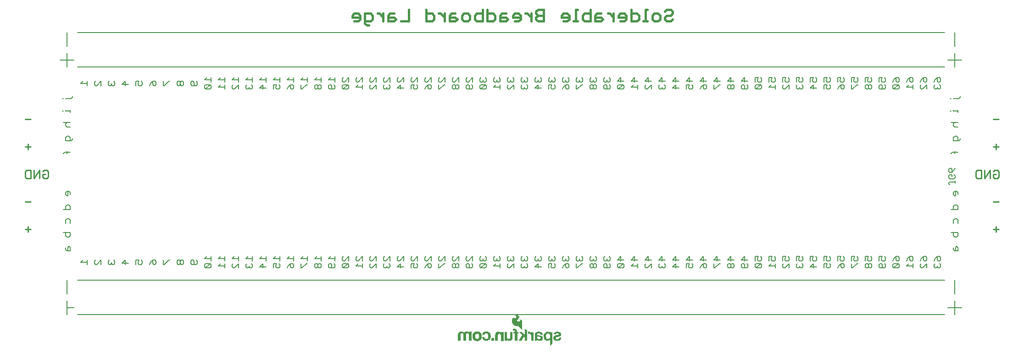
<source format=gbr>
G04 EAGLE Gerber RS-274X export*
G75*
%MOMM*%
%FSLAX34Y34*%
%LPD*%
%INSilkscreen Bottom*%
%IPPOS*%
%AMOC8*
5,1,8,0,0,1.08239X$1,22.5*%
G01*
%ADD10C,0.203200*%
%ADD11C,0.381000*%
%ADD12C,0.279400*%
%ADD13C,0.025400*%
%ADD14R,0.495300X0.485100*%
%ADD15C,0.127000*%

G36*
X998544Y28747D02*
X998544Y28747D01*
X998586Y28762D01*
X998588Y28767D01*
X998592Y28769D01*
X998621Y28842D01*
X998625Y28853D01*
X998625Y28854D01*
X998625Y44018D01*
X998623Y44023D01*
X998625Y44029D01*
X998555Y44860D01*
X998549Y44871D01*
X998550Y44886D01*
X998310Y45685D01*
X998302Y45695D01*
X998300Y45709D01*
X997899Y46441D01*
X997889Y46449D01*
X997884Y46462D01*
X997414Y47012D01*
X997403Y47017D01*
X997396Y47029D01*
X996826Y47474D01*
X996814Y47477D01*
X996804Y47487D01*
X996156Y47808D01*
X996144Y47809D01*
X996132Y47817D01*
X995433Y48001D01*
X995422Y48000D01*
X995411Y48005D01*
X994471Y48078D01*
X994462Y48075D01*
X994451Y48078D01*
X993511Y48005D01*
X993507Y48003D01*
X993501Y48004D01*
X993018Y47928D01*
X992979Y47903D01*
X992939Y47882D01*
X992938Y47878D01*
X992935Y47876D01*
X992925Y47831D01*
X992913Y47787D01*
X992915Y47783D01*
X992914Y47779D01*
X992939Y47741D01*
X992963Y47702D01*
X992967Y47701D01*
X992969Y47698D01*
X993010Y47689D01*
X993050Y47677D01*
X993208Y47693D01*
X993346Y47665D01*
X993479Y47594D01*
X994303Y46995D01*
X994421Y46881D01*
X994493Y46743D01*
X994586Y46328D01*
X994586Y45900D01*
X994493Y45484D01*
X994287Y45080D01*
X993974Y44752D01*
X993368Y44387D01*
X992690Y44180D01*
X991979Y44145D01*
X991369Y44242D01*
X990783Y44440D01*
X990240Y44733D01*
X989815Y45098D01*
X989500Y45558D01*
X989314Y46083D01*
X989271Y46639D01*
X989373Y47187D01*
X989613Y47690D01*
X989983Y48125D01*
X990181Y48335D01*
X990776Y48966D01*
X991371Y49597D01*
X991436Y49666D01*
X991439Y49676D01*
X991448Y49682D01*
X992635Y51440D01*
X992637Y51453D01*
X992647Y51463D01*
X992927Y52151D01*
X992926Y52166D01*
X992935Y52181D01*
X993034Y52916D01*
X993030Y52931D01*
X993035Y52948D01*
X992948Y53685D01*
X992940Y53698D01*
X992940Y53716D01*
X992673Y54408D01*
X992662Y54419D01*
X992658Y54436D01*
X992227Y55039D01*
X992217Y55046D01*
X992211Y55058D01*
X991515Y55716D01*
X991507Y55719D01*
X991502Y55727D01*
X990725Y56287D01*
X990715Y56290D01*
X990707Y56298D01*
X989927Y56686D01*
X989915Y56687D01*
X989904Y56695D01*
X989064Y56926D01*
X989052Y56925D01*
X989040Y56931D01*
X988172Y56997D01*
X988162Y56993D01*
X988150Y56997D01*
X987250Y56911D01*
X987241Y56907D01*
X987231Y56908D01*
X986353Y56688D01*
X986345Y56682D01*
X986333Y56681D01*
X986105Y56580D01*
X985749Y56428D01*
X985748Y56428D01*
X985244Y56207D01*
X985234Y56196D01*
X985217Y56191D01*
X984782Y55853D01*
X984779Y55846D01*
X984771Y55842D01*
X984746Y55817D01*
X984743Y55816D01*
X984708Y55724D01*
X984749Y55635D01*
X984834Y55602D01*
X985437Y55602D01*
X985948Y55545D01*
X986438Y55406D01*
X986919Y55151D01*
X987314Y54781D01*
X987600Y54321D01*
X987757Y53802D01*
X987769Y53499D01*
X987710Y53199D01*
X987504Y52705D01*
X987221Y52247D01*
X986870Y51837D01*
X986458Y51483D01*
X985556Y50832D01*
X985068Y50583D01*
X984539Y50485D01*
X984000Y50543D01*
X983826Y50608D01*
X983465Y50857D01*
X983191Y51196D01*
X983147Y51299D01*
X983131Y51419D01*
X983131Y52299D01*
X983114Y52340D01*
X983100Y52382D01*
X983095Y52385D01*
X983093Y52390D01*
X983052Y52406D01*
X983012Y52425D01*
X983006Y52423D01*
X983001Y52425D01*
X982974Y52413D01*
X982925Y52397D01*
X981799Y51476D01*
X981793Y51464D01*
X981781Y51457D01*
X980874Y50320D01*
X980871Y50309D01*
X980862Y50301D01*
X980360Y49367D01*
X980359Y49357D01*
X980353Y49349D01*
X979995Y48352D01*
X979995Y48342D01*
X979990Y48333D01*
X979783Y47294D01*
X979785Y47284D01*
X979784Y47282D01*
X979785Y47282D01*
X979781Y47273D01*
X979721Y45345D01*
X979725Y45334D01*
X979722Y45322D01*
X980010Y43415D01*
X980016Y43405D01*
X980016Y43393D01*
X980644Y41569D01*
X980651Y41560D01*
X980653Y41548D01*
X981600Y39867D01*
X981608Y39861D01*
X981611Y39850D01*
X982496Y38743D01*
X982503Y38740D01*
X982505Y38734D01*
X982506Y38734D01*
X982508Y38730D01*
X983539Y37758D01*
X983547Y37755D01*
X983553Y37747D01*
X984710Y36930D01*
X984720Y36928D01*
X984728Y36920D01*
X985958Y36320D01*
X985969Y36319D01*
X985979Y36311D01*
X987298Y35943D01*
X987309Y35945D01*
X987320Y35939D01*
X988684Y35815D01*
X988689Y35817D01*
X988695Y35815D01*
X990970Y35815D01*
X991338Y35750D01*
X991689Y35623D01*
X992679Y35034D01*
X993533Y34252D01*
X998405Y28770D01*
X998409Y28768D01*
X998411Y28763D01*
X998453Y28747D01*
X998494Y28728D01*
X998498Y28730D01*
X998503Y28728D01*
X998544Y28747D01*
G37*
G36*
X1049911Y53D02*
X1049911Y53D01*
X1049913Y52D01*
X1049934Y61D01*
X1049994Y84D01*
X1054134Y3818D01*
X1054136Y3824D01*
X1054142Y3827D01*
X1054166Y3887D01*
X1054175Y3908D01*
X1054174Y3910D01*
X1054175Y3912D01*
X1054175Y24486D01*
X1054160Y24523D01*
X1054150Y24562D01*
X1054141Y24568D01*
X1054137Y24577D01*
X1054109Y24588D01*
X1054073Y24610D01*
X1050187Y25346D01*
X1050172Y25343D01*
X1050157Y25348D01*
X1050125Y25333D01*
X1050090Y25325D01*
X1050082Y25312D01*
X1050069Y25306D01*
X1050054Y25267D01*
X1050038Y25242D01*
X1050041Y25231D01*
X1050037Y25220D01*
X1050061Y23303D01*
X1049927Y23452D01*
X1049926Y23453D01*
X1049926Y23454D01*
X1049037Y24419D01*
X1049031Y24421D01*
X1049027Y24428D01*
X1048684Y24729D01*
X1048673Y24733D01*
X1048665Y24743D01*
X1048271Y24976D01*
X1048262Y24977D01*
X1048254Y24984D01*
X1046933Y25517D01*
X1046922Y25517D01*
X1046912Y25524D01*
X1046430Y25626D01*
X1046418Y25623D01*
X1046406Y25628D01*
X1044425Y25653D01*
X1044414Y25649D01*
X1044402Y25651D01*
X1043317Y25468D01*
X1043307Y25461D01*
X1043293Y25461D01*
X1042268Y25061D01*
X1042261Y25053D01*
X1042249Y25051D01*
X1041347Y24510D01*
X1041342Y24504D01*
X1041333Y24501D01*
X1040509Y23848D01*
X1040503Y23838D01*
X1040493Y23833D01*
X1039701Y22943D01*
X1039697Y22930D01*
X1039685Y22921D01*
X1039106Y21880D01*
X1039104Y21868D01*
X1039096Y21857D01*
X1038422Y19744D01*
X1038423Y19733D01*
X1038417Y19722D01*
X1038134Y17522D01*
X1038137Y17511D01*
X1038133Y17499D01*
X1038251Y15284D01*
X1038256Y15274D01*
X1038254Y15262D01*
X1038577Y13886D01*
X1038584Y13877D01*
X1038584Y13865D01*
X1039140Y12565D01*
X1039148Y12557D01*
X1039150Y12546D01*
X1039922Y11361D01*
X1039931Y11355D01*
X1039936Y11344D01*
X1040593Y10637D01*
X1040603Y10633D01*
X1040609Y10623D01*
X1041377Y10038D01*
X1041388Y10036D01*
X1041395Y10027D01*
X1042251Y9581D01*
X1042262Y9580D01*
X1042271Y9572D01*
X1043190Y9278D01*
X1043200Y9279D01*
X1043210Y9273D01*
X1044422Y9084D01*
X1044431Y9086D01*
X1044440Y9083D01*
X1045667Y9066D01*
X1045675Y9069D01*
X1045685Y9067D01*
X1046902Y9222D01*
X1046912Y9227D01*
X1046924Y9227D01*
X1047768Y9491D01*
X1047778Y9499D01*
X1047793Y9502D01*
X1048562Y9939D01*
X1048570Y9949D01*
X1048584Y9954D01*
X1049244Y10544D01*
X1049250Y10556D01*
X1049262Y10564D01*
X1049782Y11280D01*
X1049783Y11282D01*
X1049783Y178D01*
X1049801Y134D01*
X1049818Y91D01*
X1049820Y90D01*
X1049821Y87D01*
X1049865Y70D01*
X1049909Y52D01*
X1049911Y53D01*
G37*
G36*
X884481Y9400D02*
X884481Y9400D01*
X884483Y9399D01*
X884526Y9419D01*
X884570Y9437D01*
X884570Y9439D01*
X884572Y9440D01*
X884605Y9525D01*
X884605Y19804D01*
X884712Y20684D01*
X885024Y21506D01*
X885285Y21890D01*
X885628Y22203D01*
X886034Y22429D01*
X886482Y22557D01*
X887386Y22625D01*
X888289Y22533D01*
X888699Y22407D01*
X889071Y22197D01*
X889086Y22183D01*
X889227Y22057D01*
X889367Y21930D01*
X889389Y21911D01*
X889774Y21383D01*
X890047Y20788D01*
X890196Y20149D01*
X890271Y19046D01*
X890271Y9525D01*
X890272Y9523D01*
X890271Y9521D01*
X890291Y9478D01*
X890309Y9434D01*
X890311Y9434D01*
X890312Y9432D01*
X890397Y9399D01*
X894715Y9399D01*
X894717Y9400D01*
X894719Y9399D01*
X894762Y9419D01*
X894806Y9437D01*
X894806Y9439D01*
X894808Y9440D01*
X894841Y9525D01*
X894841Y20084D01*
X894921Y20747D01*
X895152Y21366D01*
X895522Y21913D01*
X895869Y22231D01*
X896278Y22464D01*
X896728Y22600D01*
X897205Y22632D01*
X898053Y22582D01*
X898493Y22500D01*
X898897Y22322D01*
X899252Y22056D01*
X900071Y21112D01*
X900355Y20574D01*
X900486Y19983D01*
X900456Y19361D01*
X900457Y19358D01*
X900456Y19355D01*
X900456Y9550D01*
X900457Y9548D01*
X900456Y9546D01*
X900476Y9503D01*
X900494Y9459D01*
X900496Y9459D01*
X900497Y9457D01*
X900582Y9424D01*
X904900Y9424D01*
X904902Y9425D01*
X904904Y9424D01*
X904947Y9444D01*
X904991Y9462D01*
X904991Y9464D01*
X904993Y9465D01*
X905026Y9550D01*
X905026Y25603D01*
X905025Y25605D01*
X905026Y25607D01*
X905006Y25650D01*
X904988Y25694D01*
X904986Y25694D01*
X904985Y25696D01*
X904900Y25729D01*
X900913Y25729D01*
X900911Y25728D01*
X900909Y25729D01*
X900866Y25709D01*
X900822Y25691D01*
X900822Y25689D01*
X900820Y25688D01*
X900787Y25603D01*
X900787Y23550D01*
X900756Y23557D01*
X900454Y23953D01*
X900448Y23956D01*
X900445Y23964D01*
X899683Y24751D01*
X899675Y24754D01*
X899671Y24761D01*
X898909Y25373D01*
X898895Y25377D01*
X898883Y25390D01*
X897993Y25794D01*
X897981Y25794D01*
X897970Y25802D01*
X896878Y26056D01*
X896869Y26055D01*
X896861Y26059D01*
X895489Y26186D01*
X895479Y26183D01*
X895468Y26186D01*
X894511Y26117D01*
X894500Y26111D01*
X894486Y26112D01*
X893563Y25852D01*
X893553Y25844D01*
X893540Y25842D01*
X892750Y25439D01*
X892742Y25430D01*
X892729Y25426D01*
X892031Y24880D01*
X892025Y24869D01*
X892013Y24863D01*
X891431Y24194D01*
X891428Y24182D01*
X891417Y24174D01*
X891037Y23516D01*
X890995Y23558D01*
X890540Y24039D01*
X890537Y24040D01*
X890536Y24043D01*
X889748Y24802D01*
X889739Y24805D01*
X889734Y24814D01*
X888845Y25452D01*
X888834Y25454D01*
X888826Y25462D01*
X888021Y25856D01*
X888009Y25856D01*
X887998Y25864D01*
X887133Y26096D01*
X887121Y26094D01*
X887109Y26100D01*
X886215Y26161D01*
X886206Y26158D01*
X886195Y26161D01*
X884916Y26054D01*
X884909Y26050D01*
X884902Y26052D01*
X883642Y25803D01*
X883633Y25797D01*
X883621Y25797D01*
X882755Y25471D01*
X882745Y25461D01*
X882730Y25458D01*
X881956Y24951D01*
X881949Y24939D01*
X881935Y24933D01*
X881289Y24269D01*
X881286Y24259D01*
X881282Y24258D01*
X881281Y24254D01*
X881273Y24248D01*
X880685Y23309D01*
X880683Y23296D01*
X880673Y23286D01*
X880287Y22247D01*
X880288Y22234D01*
X880281Y22222D01*
X880112Y21126D01*
X880115Y21117D01*
X880111Y21107D01*
X880111Y9525D01*
X880112Y9523D01*
X880111Y9521D01*
X880131Y9478D01*
X880149Y9434D01*
X880151Y9434D01*
X880152Y9432D01*
X880237Y9399D01*
X884479Y9399D01*
X884481Y9400D01*
G37*
G36*
X1032361Y9069D02*
X1032361Y9069D01*
X1032372Y9074D01*
X1032386Y9072D01*
X1033758Y9380D01*
X1033769Y9388D01*
X1033784Y9389D01*
X1035053Y9995D01*
X1035062Y10005D01*
X1035076Y10009D01*
X1035524Y10351D01*
X1035530Y10361D01*
X1035542Y10367D01*
X1035919Y10787D01*
X1035923Y10798D01*
X1035933Y10806D01*
X1036225Y11289D01*
X1036227Y11300D01*
X1036235Y11310D01*
X1036608Y12303D01*
X1036608Y12314D01*
X1036614Y12325D01*
X1036803Y13369D01*
X1036800Y13380D01*
X1036805Y13392D01*
X1036802Y14453D01*
X1036799Y14460D01*
X1036801Y14463D01*
X1036798Y14470D01*
X1036799Y14480D01*
X1036593Y15421D01*
X1036584Y15433D01*
X1036583Y15450D01*
X1036154Y16312D01*
X1036144Y16321D01*
X1036139Y16336D01*
X1035641Y16945D01*
X1035636Y16948D01*
X1035634Y16952D01*
X1035628Y16954D01*
X1035623Y16963D01*
X1035013Y17461D01*
X1035001Y17464D01*
X1034992Y17475D01*
X1034296Y17841D01*
X1034285Y17842D01*
X1034276Y17849D01*
X1032791Y18333D01*
X1032783Y18332D01*
X1032774Y18337D01*
X1031237Y18615D01*
X1031233Y18614D01*
X1031228Y18617D01*
X1029022Y18845D01*
X1027716Y19071D01*
X1027247Y19236D01*
X1026819Y19482D01*
X1026535Y19743D01*
X1026475Y19830D01*
X1026433Y19927D01*
X1026322Y20448D01*
X1026322Y20979D01*
X1026433Y21500D01*
X1026572Y21814D01*
X1026771Y22093D01*
X1027024Y22327D01*
X1027338Y22520D01*
X1027684Y22648D01*
X1028053Y22709D01*
X1029408Y22759D01*
X1029995Y22705D01*
X1030556Y22540D01*
X1031020Y22285D01*
X1031410Y21929D01*
X1031705Y21491D01*
X1031889Y20996D01*
X1031952Y20465D01*
X1031952Y20422D01*
X1031953Y20420D01*
X1031952Y20418D01*
X1031972Y20375D01*
X1031990Y20331D01*
X1031992Y20331D01*
X1031993Y20329D01*
X1032078Y20296D01*
X1036219Y20296D01*
X1036220Y20294D01*
X1036262Y20284D01*
X1036304Y20270D01*
X1036310Y20273D01*
X1036316Y20272D01*
X1036341Y20288D01*
X1036386Y20309D01*
X1036411Y20334D01*
X1036411Y20335D01*
X1036427Y20377D01*
X1036446Y20426D01*
X1036446Y20427D01*
X1036426Y20469D01*
X1036407Y20512D01*
X1036285Y21403D01*
X1036279Y21414D01*
X1036279Y21429D01*
X1035945Y22370D01*
X1035936Y22380D01*
X1035933Y22394D01*
X1035414Y23247D01*
X1035403Y23255D01*
X1035398Y23268D01*
X1034715Y23998D01*
X1034703Y24003D01*
X1034695Y24015D01*
X1033878Y24589D01*
X1033866Y24592D01*
X1033857Y24601D01*
X1032699Y25130D01*
X1032689Y25130D01*
X1032680Y25137D01*
X1031451Y25471D01*
X1031442Y25470D01*
X1031433Y25474D01*
X1029693Y25688D01*
X1029685Y25685D01*
X1029677Y25688D01*
X1027923Y25680D01*
X1027916Y25677D01*
X1027907Y25679D01*
X1026168Y25449D01*
X1026160Y25444D01*
X1026149Y25445D01*
X1024735Y25020D01*
X1024726Y25012D01*
X1024712Y25011D01*
X1023409Y24317D01*
X1023400Y24307D01*
X1023386Y24302D01*
X1022824Y23819D01*
X1022817Y23805D01*
X1022803Y23796D01*
X1022376Y23191D01*
X1022373Y23176D01*
X1022361Y23164D01*
X1022094Y22473D01*
X1022095Y22458D01*
X1022087Y22443D01*
X1021996Y21708D01*
X1021998Y21700D01*
X1021995Y21692D01*
X1021995Y16866D01*
X1021996Y16864D01*
X1021995Y16862D01*
X1022002Y16847D01*
X1021970Y16763D01*
X1021995Y12425D01*
X1021893Y11088D01*
X1021544Y9793D01*
X1021470Y9594D01*
X1021471Y9569D01*
X1021462Y9546D01*
X1021473Y9522D01*
X1021474Y9496D01*
X1021493Y9479D01*
X1021503Y9457D01*
X1021530Y9446D01*
X1021548Y9430D01*
X1021567Y9432D01*
X1021588Y9424D01*
X1025622Y9424D01*
X1025658Y9421D01*
X1025686Y9430D01*
X1025726Y9434D01*
X1025763Y9453D01*
X1025782Y9475D01*
X1025814Y9499D01*
X1025836Y9535D01*
X1025838Y9552D01*
X1025850Y9568D01*
X1025926Y9848D01*
X1025925Y9851D01*
X1025927Y9854D01*
X1026154Y10883D01*
X1026164Y10906D01*
X1026170Y10912D01*
X1026178Y10914D01*
X1026187Y10913D01*
X1026211Y10897D01*
X1027038Y10194D01*
X1027049Y10190D01*
X1027058Y10180D01*
X1028009Y9640D01*
X1028020Y9639D01*
X1028030Y9631D01*
X1029065Y9278D01*
X1029077Y9279D01*
X1029087Y9273D01*
X1030705Y9032D01*
X1030715Y9035D01*
X1030726Y9031D01*
X1032361Y9069D01*
G37*
G36*
X1007494Y9298D02*
X1007494Y9298D01*
X1007497Y9297D01*
X1007580Y9334D01*
X1007631Y9385D01*
X1007633Y9388D01*
X1007635Y9389D01*
X1007668Y9474D01*
X1007668Y28804D01*
X1007660Y28823D01*
X1007662Y28843D01*
X1007641Y28870D01*
X1007630Y28895D01*
X1007616Y28900D01*
X1007605Y28914D01*
X1003465Y31276D01*
X1003430Y31280D01*
X1003398Y31292D01*
X1003383Y31285D01*
X1003367Y31287D01*
X1003340Y31265D01*
X1003309Y31251D01*
X1003302Y31235D01*
X1003290Y31225D01*
X1003288Y31198D01*
X1003276Y31166D01*
X1003276Y19736D01*
X997801Y25210D01*
X997798Y25212D01*
X997797Y25214D01*
X997712Y25247D01*
X993038Y25247D01*
X993036Y25247D01*
X993035Y25247D01*
X992991Y25227D01*
X992947Y25209D01*
X992947Y25207D01*
X992945Y25206D01*
X992929Y25162D01*
X992912Y25117D01*
X992913Y25115D01*
X992912Y25114D01*
X992950Y25031D01*
X998641Y19465D01*
X992044Y9570D01*
X992037Y9532D01*
X992023Y9495D01*
X992028Y9485D01*
X992026Y9473D01*
X992048Y9442D01*
X992065Y9406D01*
X992076Y9402D01*
X992082Y9393D01*
X992112Y9388D01*
X992150Y9374D01*
X997230Y9399D01*
X997247Y9406D01*
X997265Y9404D01*
X997294Y9426D01*
X997320Y9438D01*
X997325Y9450D01*
X997337Y9460D01*
X1001570Y16438D01*
X1003225Y14831D01*
X1003225Y9423D01*
X1003226Y9421D01*
X1003225Y9419D01*
X1003245Y9376D01*
X1003263Y9332D01*
X1003265Y9332D01*
X1003266Y9330D01*
X1003351Y9297D01*
X1007491Y9297D01*
X1007494Y9298D01*
G37*
G36*
X975926Y8997D02*
X975926Y8997D01*
X975937Y8994D01*
X976970Y9141D01*
X976981Y9147D01*
X976994Y9147D01*
X977980Y9490D01*
X977989Y9498D01*
X978002Y9500D01*
X978904Y10026D01*
X978911Y10036D01*
X978924Y10041D01*
X979178Y10269D01*
X979184Y10280D01*
X979195Y10288D01*
X979856Y11173D01*
X979858Y11184D01*
X979868Y11193D01*
X980356Y12183D01*
X980356Y12195D01*
X980364Y12205D01*
X980664Y13268D01*
X980662Y13279D01*
X980668Y13291D01*
X980769Y14390D01*
X980767Y14396D01*
X980769Y14402D01*
X980769Y25197D01*
X980768Y25199D01*
X980769Y25201D01*
X980749Y25244D01*
X980731Y25288D01*
X980729Y25288D01*
X980728Y25290D01*
X980643Y25323D01*
X976503Y25323D01*
X976501Y25322D01*
X976499Y25323D01*
X976456Y25303D01*
X976412Y25285D01*
X976412Y25283D01*
X976410Y25282D01*
X976377Y25197D01*
X976377Y15200D01*
X976228Y14370D01*
X975885Y13602D01*
X975613Y13240D01*
X975272Y12939D01*
X974877Y12714D01*
X974188Y12491D01*
X973469Y12411D01*
X972748Y12478D01*
X972057Y12690D01*
X971547Y12978D01*
X971116Y13375D01*
X970789Y13860D01*
X970580Y14410D01*
X970355Y15614D01*
X970279Y16844D01*
X970279Y25146D01*
X970278Y25148D01*
X970279Y25150D01*
X970259Y25193D01*
X970241Y25237D01*
X970239Y25237D01*
X970238Y25239D01*
X970153Y25272D01*
X965937Y25272D01*
X965935Y25271D01*
X965933Y25272D01*
X965890Y25252D01*
X965846Y25234D01*
X965846Y25232D01*
X965844Y25231D01*
X965811Y25146D01*
X965811Y9525D01*
X965812Y9523D01*
X965811Y9521D01*
X965831Y9478D01*
X965849Y9434D01*
X965851Y9434D01*
X965852Y9432D01*
X965937Y9399D01*
X969950Y9399D01*
X969952Y9400D01*
X969954Y9399D01*
X969997Y9419D01*
X970041Y9437D01*
X970041Y9439D01*
X970043Y9440D01*
X970076Y9525D01*
X970076Y11582D01*
X970583Y10941D01*
X970591Y10937D01*
X970595Y10928D01*
X971422Y10143D01*
X971431Y10140D01*
X971436Y10132D01*
X972366Y9473D01*
X972375Y9471D01*
X972383Y9463D01*
X972628Y9341D01*
X972639Y9340D01*
X972648Y9333D01*
X972910Y9252D01*
X972919Y9253D01*
X972928Y9248D01*
X974406Y9025D01*
X974414Y9027D01*
X974422Y9023D01*
X975916Y8993D01*
X975926Y8997D01*
G37*
G36*
X963449Y9324D02*
X963449Y9324D01*
X963451Y9323D01*
X963494Y9343D01*
X963538Y9361D01*
X963538Y9363D01*
X963540Y9364D01*
X963573Y9449D01*
X963573Y25171D01*
X963572Y25173D01*
X963573Y25175D01*
X963553Y25218D01*
X963535Y25262D01*
X963533Y25262D01*
X963532Y25264D01*
X963447Y25297D01*
X959409Y25297D01*
X959407Y25296D01*
X959405Y25297D01*
X959362Y25277D01*
X959318Y25259D01*
X959318Y25257D01*
X959316Y25256D01*
X959283Y25171D01*
X959283Y23103D01*
X959241Y23132D01*
X959127Y23268D01*
X958850Y23646D01*
X958846Y23648D01*
X958844Y23653D01*
X958442Y24126D01*
X958435Y24130D01*
X958431Y24138D01*
X958236Y24314D01*
X958096Y24440D01*
X957970Y24554D01*
X957960Y24557D01*
X957952Y24567D01*
X957054Y25134D01*
X957041Y25137D01*
X957030Y25146D01*
X956034Y25515D01*
X956021Y25515D01*
X956008Y25522D01*
X954956Y25677D01*
X954946Y25674D01*
X954935Y25678D01*
X952929Y25628D01*
X952919Y25624D01*
X952906Y25626D01*
X951929Y25420D01*
X951917Y25412D01*
X951901Y25411D01*
X950996Y24989D01*
X950987Y24978D01*
X950972Y24974D01*
X950187Y24356D01*
X950181Y24345D01*
X950169Y24339D01*
X949680Y23764D01*
X949677Y23753D01*
X949667Y23746D01*
X949283Y23097D01*
X949281Y23086D01*
X949273Y23077D01*
X949004Y22372D01*
X949004Y22363D01*
X948999Y22354D01*
X948759Y21247D01*
X948761Y21238D01*
X948757Y21230D01*
X948666Y20101D01*
X948668Y20096D01*
X948666Y20091D01*
X948666Y9550D01*
X948667Y9548D01*
X948666Y9546D01*
X948686Y9503D01*
X948704Y9459D01*
X948706Y9459D01*
X948707Y9457D01*
X948792Y9424D01*
X952881Y9424D01*
X952883Y9425D01*
X952885Y9424D01*
X952928Y9444D01*
X952972Y9462D01*
X952972Y9464D01*
X952974Y9465D01*
X953007Y9550D01*
X953007Y19196D01*
X953072Y19914D01*
X953263Y20602D01*
X953573Y21244D01*
X953869Y21631D01*
X954243Y21940D01*
X954678Y22157D01*
X954978Y22234D01*
X955294Y22251D01*
X956399Y22201D01*
X956955Y22114D01*
X957471Y21910D01*
X957928Y21596D01*
X958445Y21027D01*
X958808Y20348D01*
X959025Y19598D01*
X959105Y18815D01*
X959105Y9449D01*
X959106Y9447D01*
X959105Y9445D01*
X959125Y9402D01*
X959143Y9358D01*
X959145Y9358D01*
X959146Y9356D01*
X959231Y9323D01*
X963447Y9323D01*
X963449Y9324D01*
G37*
G36*
X915163Y9252D02*
X915163Y9252D01*
X915179Y9248D01*
X918176Y9654D01*
X918197Y9666D01*
X918226Y9672D01*
X921071Y11450D01*
X921085Y11471D01*
X921110Y11489D01*
X922710Y13978D01*
X922714Y14001D01*
X922729Y14026D01*
X923339Y17912D01*
X923333Y17934D01*
X923337Y17960D01*
X922524Y21516D01*
X922509Y21537D01*
X922500Y21566D01*
X920366Y24284D01*
X920344Y24296D01*
X920323Y24319D01*
X916945Y25996D01*
X916925Y25997D01*
X916904Y26008D01*
X915431Y26185D01*
X915424Y26183D01*
X915416Y26186D01*
X915365Y26186D01*
X915345Y26178D01*
X915319Y26177D01*
X915192Y26127D01*
X915171Y26107D01*
X915145Y26095D01*
X915136Y26073D01*
X915121Y26059D01*
X915122Y26035D01*
X915112Y26010D01*
X915112Y23089D01*
X915129Y23049D01*
X915141Y23008D01*
X915148Y23004D01*
X915150Y22998D01*
X915178Y22987D01*
X915221Y22964D01*
X916316Y22814D01*
X917464Y22179D01*
X918252Y21095D01*
X918648Y20206D01*
X918922Y18732D01*
X918973Y16873D01*
X918798Y15625D01*
X918423Y14476D01*
X917885Y13449D01*
X916237Y12441D01*
X914489Y12219D01*
X912738Y12811D01*
X912668Y12875D01*
X912390Y13128D01*
X912112Y13380D01*
X911973Y13506D01*
X911696Y13759D01*
X911695Y13759D01*
X911659Y13792D01*
X911116Y15002D01*
X910741Y16550D01*
X910741Y17975D01*
X910992Y19904D01*
X911736Y21516D01*
X912570Y22325D01*
X913523Y22838D01*
X914710Y22937D01*
X914806Y22937D01*
X914809Y22938D01*
X914812Y22937D01*
X914854Y22957D01*
X914897Y22975D01*
X914898Y22978D01*
X914901Y22980D01*
X914932Y23065D01*
X914906Y24653D01*
X914903Y24779D01*
X914903Y24780D01*
X914901Y24906D01*
X914899Y25032D01*
X914897Y25158D01*
X914895Y25284D01*
X914895Y25285D01*
X914893Y25411D01*
X914891Y25537D01*
X914889Y25663D01*
X914886Y25789D01*
X914886Y25790D01*
X914884Y25916D01*
X914882Y26037D01*
X914878Y26046D01*
X914881Y26055D01*
X914859Y26090D01*
X914842Y26127D01*
X914834Y26130D01*
X914829Y26138D01*
X914777Y26151D01*
X914750Y26161D01*
X914745Y26159D01*
X914740Y26160D01*
X912733Y25906D01*
X912722Y25900D01*
X912708Y25900D01*
X911082Y25341D01*
X911070Y25330D01*
X911051Y25326D01*
X909070Y23955D01*
X909062Y23942D01*
X909046Y23933D01*
X907954Y22663D01*
X907949Y22647D01*
X907935Y22632D01*
X906894Y20295D01*
X906893Y20278D01*
X906884Y20260D01*
X906604Y18075D01*
X906608Y18060D01*
X906604Y18044D01*
X906858Y15936D01*
X906862Y15928D01*
X906861Y15917D01*
X907547Y13453D01*
X907558Y13439D01*
X907562Y13420D01*
X908375Y12125D01*
X908387Y12116D01*
X908395Y12101D01*
X909589Y10958D01*
X909598Y10954D01*
X909603Y10946D01*
X910720Y10159D01*
X910737Y10155D01*
X910752Y10143D01*
X912606Y9508D01*
X912620Y9509D01*
X912634Y9501D01*
X915149Y9247D01*
X915163Y9252D01*
G37*
G36*
X1063144Y9045D02*
X1063144Y9045D01*
X1063151Y9043D01*
X1065717Y9221D01*
X1065726Y9226D01*
X1065736Y9224D01*
X1066657Y9436D01*
X1066668Y9444D01*
X1066682Y9445D01*
X1067539Y9842D01*
X1067545Y9849D01*
X1067554Y9851D01*
X1068748Y10613D01*
X1068753Y10619D01*
X1068761Y10622D01*
X1069276Y11053D01*
X1069281Y11064D01*
X1069293Y11070D01*
X1069713Y11594D01*
X1069717Y11605D01*
X1069727Y11614D01*
X1070036Y12210D01*
X1070037Y12219D01*
X1070044Y12227D01*
X1070476Y13497D01*
X1070475Y13507D01*
X1070480Y13516D01*
X1070582Y14100D01*
X1070581Y14107D01*
X1070584Y14113D01*
X1070609Y14469D01*
X1070608Y14473D01*
X1070609Y14476D01*
X1070608Y14478D01*
X1070609Y14482D01*
X1070597Y14508D01*
X1070594Y14538D01*
X1070593Y14539D01*
X1070593Y14540D01*
X1070582Y14549D01*
X1070577Y14562D01*
X1070571Y14565D01*
X1070568Y14571D01*
X1070538Y14583D01*
X1070518Y14599D01*
X1070516Y14599D01*
X1070515Y14600D01*
X1070500Y14599D01*
X1070488Y14604D01*
X1070486Y14603D01*
X1070483Y14604D01*
X1066622Y14604D01*
X1066620Y14603D01*
X1066618Y14604D01*
X1066575Y14584D01*
X1066531Y14566D01*
X1066531Y14564D01*
X1066529Y14563D01*
X1066496Y14478D01*
X1066496Y14431D01*
X1066467Y13934D01*
X1066321Y13472D01*
X1066065Y13058D01*
X1065961Y12953D01*
X1065835Y12827D01*
X1065623Y12615D01*
X1065096Y12278D01*
X1064509Y12061D01*
X1063947Y11988D01*
X1062617Y11988D01*
X1062014Y12062D01*
X1061447Y12259D01*
X1060934Y12571D01*
X1060647Y12855D01*
X1060438Y13200D01*
X1060321Y13585D01*
X1060304Y13989D01*
X1060389Y14384D01*
X1060570Y14746D01*
X1060835Y15050D01*
X1061171Y15281D01*
X1062278Y15751D01*
X1063452Y16057D01*
X1067083Y16920D01*
X1067090Y16925D01*
X1067099Y16925D01*
X1067907Y17231D01*
X1067914Y17237D01*
X1067924Y17239D01*
X1068675Y17666D01*
X1068681Y17673D01*
X1068691Y17677D01*
X1069368Y18214D01*
X1069373Y18224D01*
X1069384Y18230D01*
X1069721Y18615D01*
X1069725Y18628D01*
X1069736Y18637D01*
X1069985Y19084D01*
X1069986Y19097D01*
X1069995Y19108D01*
X1070147Y19597D01*
X1070145Y19609D01*
X1070152Y19622D01*
X1070257Y20758D01*
X1070254Y20771D01*
X1070257Y20784D01*
X1070128Y21918D01*
X1070122Y21929D01*
X1070123Y21943D01*
X1069765Y23027D01*
X1069757Y23036D01*
X1069755Y23050D01*
X1069456Y23572D01*
X1069446Y23579D01*
X1069441Y23592D01*
X1069047Y24047D01*
X1069036Y24052D01*
X1069029Y24064D01*
X1068553Y24433D01*
X1068542Y24436D01*
X1068533Y24445D01*
X1067252Y25099D01*
X1067241Y25100D01*
X1067231Y25107D01*
X1065853Y25518D01*
X1065842Y25517D01*
X1065830Y25523D01*
X1064401Y25678D01*
X1064394Y25676D01*
X1064387Y25678D01*
X1062584Y25678D01*
X1062578Y25676D01*
X1062571Y25678D01*
X1061178Y25538D01*
X1061169Y25533D01*
X1061158Y25534D01*
X1059807Y25166D01*
X1059798Y25159D01*
X1059784Y25157D01*
X1058687Y24619D01*
X1058678Y24609D01*
X1058664Y24605D01*
X1057705Y23848D01*
X1057699Y23838D01*
X1057688Y23833D01*
X1057340Y23437D01*
X1057338Y23432D01*
X1057337Y23432D01*
X1057336Y23428D01*
X1057328Y23422D01*
X1057042Y22980D01*
X1057040Y22970D01*
X1057033Y22963D01*
X1056677Y22175D01*
X1056677Y22170D01*
X1056673Y22166D01*
X1056470Y21608D01*
X1056472Y21584D01*
X1056467Y21572D01*
X1056470Y21565D01*
X1056465Y21540D01*
X1056474Y21526D01*
X1056465Y21514D01*
X1056467Y21508D01*
X1056463Y21501D01*
X1056387Y20790D01*
X1056389Y20784D01*
X1056388Y20780D01*
X1056389Y20778D01*
X1056387Y20773D01*
X1056404Y20736D01*
X1056416Y20696D01*
X1056424Y20692D01*
X1056428Y20684D01*
X1056478Y20664D01*
X1056504Y20651D01*
X1056508Y20653D01*
X1056513Y20651D01*
X1060399Y20651D01*
X1060443Y20669D01*
X1060487Y20687D01*
X1060488Y20688D01*
X1060490Y20689D01*
X1060497Y20708D01*
X1060525Y20769D01*
X1060541Y21029D01*
X1060596Y21272D01*
X1060746Y21624D01*
X1060964Y21937D01*
X1061240Y22201D01*
X1061662Y22472D01*
X1062129Y22661D01*
X1062625Y22759D01*
X1063473Y22803D01*
X1064321Y22759D01*
X1064770Y22674D01*
X1065194Y22517D01*
X1065495Y22322D01*
X1065728Y22054D01*
X1065883Y21712D01*
X1065931Y21340D01*
X1065866Y20971D01*
X1065682Y20610D01*
X1065447Y20367D01*
X1065399Y20317D01*
X1064724Y19901D01*
X1063972Y19629D01*
X1061949Y19225D01*
X1061948Y19224D01*
X1061947Y19224D01*
X1060224Y18843D01*
X1060217Y18838D01*
X1060208Y18838D01*
X1058552Y18228D01*
X1058546Y18222D01*
X1058536Y18221D01*
X1057780Y17816D01*
X1057774Y17809D01*
X1057765Y17806D01*
X1057073Y17298D01*
X1057068Y17288D01*
X1057056Y17283D01*
X1056724Y16933D01*
X1056719Y16921D01*
X1056708Y16912D01*
X1056456Y16500D01*
X1056454Y16486D01*
X1056444Y16474D01*
X1056107Y15471D01*
X1056108Y15456D01*
X1056100Y15442D01*
X1056006Y14387D01*
X1056009Y14378D01*
X1056006Y14367D01*
X1056082Y13326D01*
X1056086Y13318D01*
X1056085Y13308D01*
X1056228Y12644D01*
X1056234Y12634D01*
X1056235Y12621D01*
X1056501Y11996D01*
X1056509Y11987D01*
X1056512Y11975D01*
X1056891Y11411D01*
X1056901Y11404D01*
X1056906Y11393D01*
X1057632Y10650D01*
X1057642Y10646D01*
X1057648Y10635D01*
X1058492Y10029D01*
X1058502Y10027D01*
X1058511Y10018D01*
X1059446Y9567D01*
X1059457Y9566D01*
X1059467Y9559D01*
X1060467Y9277D01*
X1060475Y9278D01*
X1060484Y9273D01*
X1061798Y9091D01*
X1061805Y9093D01*
X1061811Y9090D01*
X1063138Y9043D01*
X1063144Y9045D01*
G37*
G36*
X933342Y9142D02*
X933342Y9142D01*
X933349Y9145D01*
X933357Y9144D01*
X934920Y9426D01*
X934928Y9431D01*
X934938Y9430D01*
X936008Y9785D01*
X936016Y9791D01*
X936027Y9793D01*
X937024Y10319D01*
X937031Y10327D01*
X937042Y10331D01*
X937938Y11015D01*
X937943Y11024D01*
X937954Y11029D01*
X938724Y11852D01*
X938726Y11858D01*
X938728Y11859D01*
X938730Y11863D01*
X938737Y11868D01*
X939419Y12884D01*
X939421Y12894D01*
X939429Y12902D01*
X939943Y14013D01*
X939944Y14022D01*
X939950Y14031D01*
X940284Y15209D01*
X940283Y15219D01*
X940288Y15228D01*
X940433Y16444D01*
X940431Y16453D01*
X940434Y16463D01*
X940433Y16495D01*
X940433Y16496D01*
X940425Y16748D01*
X940426Y16748D01*
X940425Y16748D01*
X940422Y16874D01*
X940414Y17127D01*
X940410Y17253D01*
X940402Y17505D01*
X940402Y17506D01*
X940399Y17632D01*
X940395Y17758D01*
X940391Y17884D01*
X940383Y18137D01*
X940379Y18263D01*
X940372Y18515D01*
X940372Y18516D01*
X940368Y18642D01*
X940360Y18894D01*
X940358Y18952D01*
X940354Y18961D01*
X940356Y18973D01*
X940058Y20463D01*
X940051Y20473D01*
X940051Y20486D01*
X939474Y21892D01*
X939466Y21900D01*
X939463Y21913D01*
X938629Y23184D01*
X938619Y23190D01*
X938614Y23202D01*
X937553Y24290D01*
X937542Y24295D01*
X937534Y24306D01*
X936285Y25171D01*
X936273Y25174D01*
X936264Y25183D01*
X934873Y25795D01*
X934861Y25795D01*
X934849Y25802D01*
X933343Y26135D01*
X933331Y26132D01*
X933318Y26138D01*
X931776Y26161D01*
X931767Y26158D01*
X931758Y26160D01*
X930323Y25971D01*
X930318Y25968D01*
X930312Y25969D01*
X928901Y25650D01*
X928893Y25645D01*
X928883Y25644D01*
X927726Y25187D01*
X927716Y25177D01*
X927702Y25174D01*
X926671Y24477D01*
X926664Y24466D01*
X926650Y24459D01*
X925795Y23556D01*
X925790Y23544D01*
X925778Y23535D01*
X925138Y22468D01*
X925136Y22456D01*
X925128Y22447D01*
X924703Y21292D01*
X924703Y21282D01*
X924698Y21273D01*
X924461Y20065D01*
X924464Y20051D01*
X924459Y20037D01*
X924474Y20004D01*
X924481Y19969D01*
X924494Y19961D01*
X924500Y19948D01*
X924539Y19932D01*
X924565Y19916D01*
X924575Y19919D01*
X924585Y19915D01*
X928776Y19915D01*
X928778Y19916D01*
X928780Y19915D01*
X928823Y19935D01*
X928867Y19953D01*
X928867Y19955D01*
X928869Y19956D01*
X928902Y20041D01*
X928902Y20059D01*
X928969Y20638D01*
X929162Y21180D01*
X929473Y21665D01*
X929886Y22066D01*
X930379Y22364D01*
X931171Y22625D01*
X932003Y22708D01*
X932843Y22642D01*
X933664Y22461D01*
X934078Y22275D01*
X934425Y21985D01*
X935112Y21074D01*
X935617Y20049D01*
X935922Y18946D01*
X936015Y17805D01*
X935886Y16245D01*
X935540Y14721D01*
X935225Y14004D01*
X934750Y13385D01*
X934142Y12896D01*
X933434Y12566D01*
X932655Y12385D01*
X931855Y12344D01*
X931264Y12417D01*
X930695Y12590D01*
X930165Y12858D01*
X929722Y13203D01*
X929364Y13635D01*
X929043Y14225D01*
X928828Y14862D01*
X928724Y15538D01*
X928702Y15574D01*
X928684Y15612D01*
X928676Y15615D01*
X928672Y15622D01*
X928642Y15628D01*
X928599Y15645D01*
X924535Y15645D01*
X924533Y15644D01*
X924531Y15645D01*
X924488Y15625D01*
X924444Y15607D01*
X924444Y15605D01*
X924442Y15604D01*
X924409Y15519D01*
X924409Y15469D01*
X924410Y15465D01*
X924409Y15461D01*
X924441Y14986D01*
X924445Y14979D01*
X924443Y14969D01*
X924538Y14504D01*
X924544Y14495D01*
X924544Y14483D01*
X925086Y13092D01*
X925095Y13083D01*
X925098Y13069D01*
X925913Y11818D01*
X925924Y11811D01*
X925929Y11798D01*
X926982Y10740D01*
X926994Y10735D01*
X927003Y10723D01*
X928250Y9903D01*
X928261Y9900D01*
X928270Y9892D01*
X929363Y9430D01*
X929373Y9430D01*
X929382Y9424D01*
X930535Y9142D01*
X930545Y9143D01*
X930555Y9139D01*
X931738Y9043D01*
X931746Y9046D01*
X931756Y9043D01*
X933342Y9142D01*
G37*
G36*
X989281Y9324D02*
X989281Y9324D01*
X989283Y9323D01*
X989326Y9343D01*
X989370Y9361D01*
X989370Y9363D01*
X989372Y9364D01*
X989405Y9449D01*
X989405Y22329D01*
X993268Y22353D01*
X993269Y22353D01*
X993314Y22373D01*
X993358Y22392D01*
X993359Y22393D01*
X993376Y22438D01*
X993393Y22484D01*
X993393Y22485D01*
X993356Y22568D01*
X990689Y25235D01*
X990686Y25237D01*
X990685Y25239D01*
X990600Y25272D01*
X989354Y25272D01*
X989354Y25603D01*
X989352Y25608D01*
X989354Y25613D01*
X989177Y27747D01*
X989172Y27757D01*
X989172Y27758D01*
X989172Y27759D01*
X989172Y27760D01*
X989173Y27769D01*
X989025Y28336D01*
X989018Y28345D01*
X989017Y28357D01*
X988769Y28888D01*
X988760Y28896D01*
X988757Y28908D01*
X988417Y29385D01*
X988407Y29391D01*
X988401Y29403D01*
X987658Y30113D01*
X987648Y30117D01*
X987646Y30121D01*
X987643Y30122D01*
X987639Y30128D01*
X986771Y30678D01*
X986759Y30680D01*
X986749Y30689D01*
X985791Y31058D01*
X985778Y31058D01*
X985767Y31065D01*
X984754Y31239D01*
X984744Y31237D01*
X984733Y31241D01*
X983183Y31241D01*
X983180Y31240D01*
X983176Y31241D01*
X981859Y31165D01*
X981837Y31165D01*
X981835Y31164D01*
X981833Y31165D01*
X981790Y31145D01*
X981746Y31127D01*
X981746Y31125D01*
X981744Y31124D01*
X981711Y31039D01*
X981711Y28016D01*
X981712Y28014D01*
X981711Y28012D01*
X981731Y27969D01*
X981749Y27925D01*
X981751Y27925D01*
X981752Y27923D01*
X981837Y27890D01*
X981913Y27890D01*
X981918Y27892D01*
X981925Y27890D01*
X982205Y27916D01*
X983120Y28001D01*
X984020Y27918D01*
X984302Y27821D01*
X984542Y27651D01*
X984724Y27419D01*
X984899Y26996D01*
X984962Y26534D01*
X984962Y25272D01*
X982116Y25272D01*
X982114Y25271D01*
X982112Y25272D01*
X982069Y25252D01*
X982025Y25234D01*
X982025Y25232D01*
X982023Y25231D01*
X981990Y25146D01*
X981990Y22479D01*
X981991Y22477D01*
X981990Y22475D01*
X982010Y22432D01*
X982028Y22388D01*
X982030Y22388D01*
X982031Y22386D01*
X982116Y22353D01*
X984988Y22353D01*
X984988Y9449D01*
X984989Y9447D01*
X984988Y9445D01*
X985008Y9402D01*
X985026Y9358D01*
X985028Y9358D01*
X985029Y9356D01*
X985114Y9323D01*
X989279Y9323D01*
X989281Y9324D01*
G37*
G36*
X1019406Y9425D02*
X1019406Y9425D01*
X1019408Y9424D01*
X1019451Y9444D01*
X1019495Y9462D01*
X1019496Y9464D01*
X1019498Y9465D01*
X1019530Y9550D01*
X1019504Y24435D01*
X1019488Y24473D01*
X1019478Y24512D01*
X1019469Y24517D01*
X1019466Y24526D01*
X1019437Y24537D01*
X1019400Y24559D01*
X1015539Y25245D01*
X1015526Y25242D01*
X1015513Y25247D01*
X1015479Y25232D01*
X1015443Y25223D01*
X1015436Y25212D01*
X1015424Y25206D01*
X1015408Y25165D01*
X1015392Y25139D01*
X1015394Y25130D01*
X1015391Y25121D01*
X1015391Y22341D01*
X1015344Y22356D01*
X1015165Y22624D01*
X1014479Y23666D01*
X1014474Y23670D01*
X1014471Y23677D01*
X1014155Y24060D01*
X1014142Y24067D01*
X1014134Y24080D01*
X1013740Y24382D01*
X1013735Y24383D01*
X1013732Y24387D01*
X1012843Y24972D01*
X1012840Y24973D01*
X1012837Y24976D01*
X1012226Y25329D01*
X1012214Y25331D01*
X1012203Y25340D01*
X1011533Y25563D01*
X1011521Y25562D01*
X1011509Y25568D01*
X1010808Y25652D01*
X1010798Y25649D01*
X1010786Y25653D01*
X1009414Y25577D01*
X1009371Y25556D01*
X1009328Y25536D01*
X1009327Y25534D01*
X1009326Y25534D01*
X1009320Y25516D01*
X1009295Y25451D01*
X1009295Y21590D01*
X1009296Y21588D01*
X1009295Y21586D01*
X1009315Y21543D01*
X1009333Y21499D01*
X1009335Y21499D01*
X1009336Y21497D01*
X1009421Y21464D01*
X1009447Y21464D01*
X1009456Y21468D01*
X1009468Y21465D01*
X1009620Y21490D01*
X1009622Y21492D01*
X1009625Y21491D01*
X1010222Y21616D01*
X1011747Y21616D01*
X1012289Y21524D01*
X1012807Y21343D01*
X1013286Y21079D01*
X1013953Y20519D01*
X1014478Y19827D01*
X1014839Y19034D01*
X1015039Y18215D01*
X1015112Y17369D01*
X1015112Y9550D01*
X1015113Y9548D01*
X1015112Y9546D01*
X1015132Y9503D01*
X1015150Y9459D01*
X1015152Y9459D01*
X1015153Y9457D01*
X1015238Y9424D01*
X1019404Y9424D01*
X1019406Y9425D01*
G37*
%LPC*%
G36*
X1044944Y12491D02*
X1044944Y12491D01*
X1044205Y12829D01*
X1043579Y13345D01*
X1043107Y14003D01*
X1042818Y14764D01*
X1042514Y16711D01*
X1042517Y18682D01*
X1042708Y19652D01*
X1043111Y20551D01*
X1043708Y21337D01*
X1044467Y21967D01*
X1044967Y22227D01*
X1045509Y22383D01*
X1046076Y22429D01*
X1047151Y22378D01*
X1047523Y22304D01*
X1047861Y22142D01*
X1048574Y21586D01*
X1049171Y20906D01*
X1049584Y20199D01*
X1049851Y19425D01*
X1049961Y18610D01*
X1049935Y16064D01*
X1049811Y15295D01*
X1049586Y14620D01*
X1049587Y14608D01*
X1049581Y14596D01*
X1049576Y14559D01*
X1049584Y14532D01*
X1049584Y14521D01*
X1049556Y14508D01*
X1049512Y14488D01*
X1049512Y14487D01*
X1049511Y14487D01*
X1049478Y14402D01*
X1049478Y14364D01*
X1049466Y14305D01*
X1049424Y14245D01*
X1049424Y14244D01*
X1049423Y14243D01*
X1049372Y14167D01*
X1049371Y14161D01*
X1049366Y14156D01*
X1049066Y13592D01*
X1048654Y13123D01*
X1048145Y12760D01*
X1047468Y12470D01*
X1046746Y12318D01*
X1045835Y12312D01*
X1044944Y12491D01*
G37*
%LPD*%
%LPC*%
G36*
X1028249Y12112D02*
X1028249Y12112D01*
X1027927Y12234D01*
X1027636Y12419D01*
X1026892Y13138D01*
X1026742Y13357D01*
X1026635Y13606D01*
X1026588Y13771D01*
X1026381Y14841D01*
X1026311Y15930D01*
X1026311Y16764D01*
X1026310Y16766D01*
X1026311Y16768D01*
X1026291Y16811D01*
X1026291Y16813D01*
X1026311Y16866D01*
X1026311Y17158D01*
X1026453Y17031D01*
X1026468Y17026D01*
X1026479Y17013D01*
X1026686Y16906D01*
X1026698Y16905D01*
X1026708Y16897D01*
X1027672Y16609D01*
X1027680Y16610D01*
X1027687Y16606D01*
X1028679Y16437D01*
X1028683Y16438D01*
X1028687Y16435D01*
X1030130Y16283D01*
X1030680Y16178D01*
X1031198Y15981D01*
X1031672Y15697D01*
X1031940Y15453D01*
X1032144Y15155D01*
X1032364Y14613D01*
X1032471Y14038D01*
X1032460Y13453D01*
X1032389Y13145D01*
X1032254Y12860D01*
X1032063Y12610D01*
X1031701Y12313D01*
X1031280Y12110D01*
X1030819Y12013D01*
X1029291Y11963D01*
X1028249Y12112D01*
G37*
%LPD*%
D10*
X177800Y577850D02*
X1778000Y577850D01*
X1778000Y514350D02*
X177800Y514350D01*
X177800Y120650D02*
X1778000Y120650D01*
X1778000Y57150D02*
X177800Y57150D01*
X158750Y527050D02*
X146050Y527050D01*
X158750Y527050D02*
X171450Y527050D01*
X158750Y527050D02*
X158750Y514350D01*
X158750Y527050D02*
X158750Y539750D01*
X158750Y552450D02*
X158750Y577850D01*
X1784350Y527050D02*
X1797050Y527050D01*
X1809750Y527050D01*
X1797050Y527050D02*
X1797050Y514350D01*
X1797050Y527050D02*
X1797050Y539750D01*
X1797050Y552450D02*
X1797050Y577850D01*
X171450Y69850D02*
X158750Y69850D01*
X158750Y57150D01*
X158750Y69850D02*
X158750Y82550D01*
X158750Y95250D02*
X158750Y120650D01*
X1784350Y69850D02*
X1797050Y69850D01*
X1809750Y69850D01*
X1797050Y69850D02*
X1797050Y57150D01*
X1797050Y69850D02*
X1797050Y82550D01*
X187699Y488133D02*
X183632Y484065D01*
X195834Y484065D01*
X195834Y479998D02*
X195834Y488133D01*
X221234Y488133D02*
X221234Y479998D01*
X221234Y488133D02*
X213099Y479998D01*
X211065Y479998D01*
X209032Y482031D01*
X209032Y486099D01*
X211065Y488133D01*
X234432Y486099D02*
X236465Y488133D01*
X234432Y486099D02*
X234432Y482031D01*
X236465Y479998D01*
X238499Y479998D01*
X240533Y482031D01*
X240533Y484065D01*
X240533Y482031D02*
X242567Y479998D01*
X244600Y479998D01*
X246634Y482031D01*
X246634Y486099D01*
X244600Y488133D01*
X259832Y482031D02*
X272034Y482031D01*
X265933Y488133D02*
X259832Y482031D01*
X265933Y479998D02*
X265933Y488133D01*
X285232Y488133D02*
X285232Y479998D01*
X285232Y488133D02*
X291333Y488133D01*
X289299Y484065D01*
X289299Y482031D01*
X291333Y479998D01*
X295400Y479998D01*
X297434Y482031D01*
X297434Y486099D01*
X295400Y488133D01*
X310632Y479998D02*
X312665Y484065D01*
X316733Y488133D01*
X320800Y488133D01*
X322834Y486099D01*
X322834Y482031D01*
X320800Y479998D01*
X318767Y479998D01*
X316733Y482031D01*
X316733Y488133D01*
X336032Y488133D02*
X336032Y479998D01*
X338065Y479998D01*
X346200Y488133D01*
X348234Y488133D01*
X361432Y486099D02*
X363465Y488133D01*
X361432Y486099D02*
X361432Y482031D01*
X363465Y479998D01*
X365499Y479998D01*
X367533Y482031D01*
X369567Y479998D01*
X371600Y479998D01*
X373634Y482031D01*
X373634Y486099D01*
X371600Y488133D01*
X369567Y488133D01*
X367533Y486099D01*
X365499Y488133D01*
X363465Y488133D01*
X367533Y486099D02*
X367533Y482031D01*
X397000Y488133D02*
X399034Y486099D01*
X399034Y482031D01*
X397000Y479998D01*
X388865Y479998D01*
X386832Y482031D01*
X386832Y486099D01*
X388865Y488133D01*
X390899Y488133D01*
X392933Y486099D01*
X392933Y479998D01*
X412232Y490614D02*
X416299Y494681D01*
X412232Y490614D02*
X424434Y490614D01*
X424434Y494681D02*
X424434Y486546D01*
X422400Y481584D02*
X414265Y481584D01*
X412232Y479550D01*
X412232Y475483D01*
X414265Y473449D01*
X422400Y473449D01*
X424434Y475483D01*
X424434Y479550D01*
X422400Y481584D01*
X414265Y473449D01*
X437632Y490614D02*
X441699Y494681D01*
X437632Y490614D02*
X449834Y490614D01*
X449834Y494681D02*
X449834Y486546D01*
X441699Y481584D02*
X437632Y477517D01*
X449834Y477517D01*
X449834Y481584D02*
X449834Y473449D01*
X463032Y490614D02*
X467099Y494681D01*
X463032Y490614D02*
X475234Y490614D01*
X475234Y494681D02*
X475234Y486546D01*
X475234Y481584D02*
X475234Y473449D01*
X475234Y481584D02*
X467099Y473449D01*
X465065Y473449D01*
X463032Y475483D01*
X463032Y479550D01*
X465065Y481584D01*
X488432Y490614D02*
X492499Y494681D01*
X488432Y490614D02*
X500634Y490614D01*
X500634Y494681D02*
X500634Y486546D01*
X490465Y481584D02*
X488432Y479550D01*
X488432Y475483D01*
X490465Y473449D01*
X492499Y473449D01*
X494533Y475483D01*
X494533Y477517D01*
X494533Y475483D02*
X496567Y473449D01*
X498600Y473449D01*
X500634Y475483D01*
X500634Y479550D01*
X498600Y481584D01*
X513832Y490614D02*
X517899Y494681D01*
X513832Y490614D02*
X526034Y490614D01*
X526034Y494681D02*
X526034Y486546D01*
X526034Y475483D02*
X513832Y475483D01*
X519933Y481584D01*
X519933Y473449D01*
X539232Y490614D02*
X543299Y494681D01*
X539232Y490614D02*
X551434Y490614D01*
X551434Y494681D02*
X551434Y486546D01*
X539232Y481584D02*
X539232Y473449D01*
X539232Y481584D02*
X545333Y481584D01*
X543299Y477517D01*
X543299Y475483D01*
X545333Y473449D01*
X549400Y473449D01*
X551434Y475483D01*
X551434Y479550D01*
X549400Y481584D01*
X564632Y490614D02*
X568699Y494681D01*
X564632Y490614D02*
X576834Y490614D01*
X576834Y494681D02*
X576834Y486546D01*
X566665Y477517D02*
X564632Y473449D01*
X566665Y477517D02*
X570733Y481584D01*
X574800Y481584D01*
X576834Y479550D01*
X576834Y475483D01*
X574800Y473449D01*
X572767Y473449D01*
X570733Y475483D01*
X570733Y481584D01*
X590032Y490614D02*
X594099Y494681D01*
X590032Y490614D02*
X602234Y490614D01*
X602234Y494681D02*
X602234Y486546D01*
X590032Y481584D02*
X590032Y473449D01*
X592065Y473449D01*
X600200Y481584D01*
X602234Y481584D01*
X615432Y490614D02*
X619499Y494681D01*
X615432Y490614D02*
X627634Y490614D01*
X627634Y494681D02*
X627634Y486546D01*
X617465Y481584D02*
X615432Y479550D01*
X615432Y475483D01*
X617465Y473449D01*
X619499Y473449D01*
X621533Y475483D01*
X623567Y473449D01*
X625600Y473449D01*
X627634Y475483D01*
X627634Y479550D01*
X625600Y481584D01*
X623567Y481584D01*
X621533Y479550D01*
X619499Y481584D01*
X617465Y481584D01*
X621533Y479550D02*
X621533Y475483D01*
X640832Y490614D02*
X644899Y494681D01*
X640832Y490614D02*
X653034Y490614D01*
X653034Y494681D02*
X653034Y486546D01*
X651000Y481584D02*
X653034Y479550D01*
X653034Y475483D01*
X651000Y473449D01*
X642865Y473449D01*
X640832Y475483D01*
X640832Y479550D01*
X642865Y481584D01*
X644899Y481584D01*
X646933Y479550D01*
X646933Y473449D01*
X678434Y486546D02*
X678434Y494681D01*
X670299Y486546D01*
X668265Y486546D01*
X666232Y488580D01*
X666232Y492648D01*
X668265Y494681D01*
X668265Y481584D02*
X676400Y481584D01*
X668265Y481584D02*
X666232Y479550D01*
X666232Y475483D01*
X668265Y473449D01*
X676400Y473449D01*
X678434Y475483D01*
X678434Y479550D01*
X676400Y481584D01*
X668265Y473449D01*
X703834Y486546D02*
X703834Y494681D01*
X695699Y486546D01*
X693665Y486546D01*
X691632Y488580D01*
X691632Y492648D01*
X693665Y494681D01*
X695699Y481584D02*
X691632Y477517D01*
X703834Y477517D01*
X703834Y481584D02*
X703834Y473449D01*
X729234Y486546D02*
X729234Y494681D01*
X721099Y486546D01*
X719065Y486546D01*
X717032Y488580D01*
X717032Y492648D01*
X719065Y494681D01*
X729234Y481584D02*
X729234Y473449D01*
X729234Y481584D02*
X721099Y473449D01*
X719065Y473449D01*
X717032Y475483D01*
X717032Y479550D01*
X719065Y481584D01*
X754634Y486546D02*
X754634Y494681D01*
X746499Y486546D01*
X744465Y486546D01*
X742432Y488580D01*
X742432Y492648D01*
X744465Y494681D01*
X744465Y481584D02*
X742432Y479550D01*
X742432Y475483D01*
X744465Y473449D01*
X746499Y473449D01*
X748533Y475483D01*
X748533Y477517D01*
X748533Y475483D02*
X750567Y473449D01*
X752600Y473449D01*
X754634Y475483D01*
X754634Y479550D01*
X752600Y481584D01*
X780034Y486546D02*
X780034Y494681D01*
X771899Y486546D01*
X769865Y486546D01*
X767832Y488580D01*
X767832Y492648D01*
X769865Y494681D01*
X767832Y475483D02*
X780034Y475483D01*
X773933Y481584D02*
X767832Y475483D01*
X773933Y473449D02*
X773933Y481584D01*
X805434Y486546D02*
X805434Y494681D01*
X797299Y486546D01*
X795265Y486546D01*
X793232Y488580D01*
X793232Y492648D01*
X795265Y494681D01*
X793232Y481584D02*
X793232Y473449D01*
X793232Y481584D02*
X799333Y481584D01*
X797299Y477517D01*
X797299Y475483D01*
X799333Y473449D01*
X803400Y473449D01*
X805434Y475483D01*
X805434Y479550D01*
X803400Y481584D01*
X830834Y486546D02*
X830834Y494681D01*
X822699Y486546D01*
X820665Y486546D01*
X818632Y488580D01*
X818632Y492648D01*
X820665Y494681D01*
X820665Y477517D02*
X818632Y473449D01*
X820665Y477517D02*
X824733Y481584D01*
X828800Y481584D01*
X830834Y479550D01*
X830834Y475483D01*
X828800Y473449D01*
X826767Y473449D01*
X824733Y475483D01*
X824733Y481584D01*
X856234Y486546D02*
X856234Y494681D01*
X848099Y486546D01*
X846065Y486546D01*
X844032Y488580D01*
X844032Y492648D01*
X846065Y494681D01*
X844032Y481584D02*
X844032Y473449D01*
X846065Y473449D01*
X854200Y481584D01*
X856234Y481584D01*
X881634Y486546D02*
X881634Y494681D01*
X873499Y486546D01*
X871465Y486546D01*
X869432Y488580D01*
X869432Y492648D01*
X871465Y494681D01*
X871465Y481584D02*
X869432Y479550D01*
X869432Y475483D01*
X871465Y473449D01*
X873499Y473449D01*
X875533Y475483D01*
X877567Y473449D01*
X879600Y473449D01*
X881634Y475483D01*
X881634Y479550D01*
X879600Y481584D01*
X877567Y481584D01*
X875533Y479550D01*
X873499Y481584D01*
X871465Y481584D01*
X875533Y479550D02*
X875533Y475483D01*
X907034Y486546D02*
X907034Y494681D01*
X898899Y486546D01*
X896865Y486546D01*
X894832Y488580D01*
X894832Y492648D01*
X896865Y494681D01*
X905000Y481584D02*
X907034Y479550D01*
X907034Y475483D01*
X905000Y473449D01*
X896865Y473449D01*
X894832Y475483D01*
X894832Y479550D01*
X896865Y481584D01*
X898899Y481584D01*
X900933Y479550D01*
X900933Y473449D01*
X920232Y492648D02*
X922265Y494681D01*
X920232Y492648D02*
X920232Y488580D01*
X922265Y486546D01*
X924299Y486546D01*
X926333Y488580D01*
X926333Y490614D01*
X926333Y488580D02*
X928367Y486546D01*
X930400Y486546D01*
X932434Y488580D01*
X932434Y492648D01*
X930400Y494681D01*
X930400Y481584D02*
X922265Y481584D01*
X920232Y479550D01*
X920232Y475483D01*
X922265Y473449D01*
X930400Y473449D01*
X932434Y475483D01*
X932434Y479550D01*
X930400Y481584D01*
X922265Y473449D01*
D11*
X1261735Y616812D02*
X1265337Y620413D01*
X1272539Y620413D01*
X1276141Y616812D01*
X1276141Y613211D01*
X1272539Y609609D01*
X1265337Y609609D01*
X1261735Y606008D01*
X1261735Y602406D01*
X1265337Y598805D01*
X1272539Y598805D01*
X1276141Y602406D01*
X1249151Y598805D02*
X1241949Y598805D01*
X1238347Y602406D01*
X1238347Y609609D01*
X1241949Y613211D01*
X1249151Y613211D01*
X1252753Y609609D01*
X1252753Y602406D01*
X1249151Y598805D01*
X1229365Y620413D02*
X1225764Y620413D01*
X1225764Y598805D01*
X1229365Y598805D02*
X1222162Y598805D01*
X1199367Y598805D02*
X1199367Y620413D01*
X1199367Y598805D02*
X1210172Y598805D01*
X1213773Y602406D01*
X1213773Y609609D01*
X1210172Y613211D01*
X1199367Y613211D01*
X1186784Y598805D02*
X1179581Y598805D01*
X1186784Y598805D02*
X1190385Y602406D01*
X1190385Y609609D01*
X1186784Y613211D01*
X1179581Y613211D01*
X1175979Y609609D01*
X1175979Y606008D01*
X1190385Y606008D01*
X1166997Y598805D02*
X1166997Y613211D01*
X1166997Y606008D02*
X1159794Y613211D01*
X1156193Y613211D01*
X1143906Y613211D02*
X1136703Y613211D01*
X1133101Y609609D01*
X1133101Y598805D01*
X1143906Y598805D01*
X1147507Y602406D01*
X1143906Y606008D01*
X1133101Y606008D01*
X1124119Y598805D02*
X1124119Y620413D01*
X1124119Y598805D02*
X1113315Y598805D01*
X1109713Y602406D01*
X1109713Y609609D01*
X1113315Y613211D01*
X1124119Y613211D01*
X1100731Y620413D02*
X1097130Y620413D01*
X1097130Y598805D01*
X1100731Y598805D02*
X1093528Y598805D01*
X1081538Y598805D02*
X1074335Y598805D01*
X1081538Y598805D02*
X1085139Y602406D01*
X1085139Y609609D01*
X1081538Y613211D01*
X1074335Y613211D01*
X1070734Y609609D01*
X1070734Y606008D01*
X1085139Y606008D01*
X1038363Y598805D02*
X1038363Y620413D01*
X1027559Y620413D01*
X1023958Y616812D01*
X1023958Y613211D01*
X1027559Y609609D01*
X1023958Y606008D01*
X1023958Y602406D01*
X1027559Y598805D01*
X1038363Y598805D01*
X1038363Y609609D02*
X1027559Y609609D01*
X1014975Y613211D02*
X1014975Y598805D01*
X1014975Y606008D02*
X1007772Y613211D01*
X1004171Y613211D01*
X991884Y598805D02*
X984681Y598805D01*
X991884Y598805D02*
X995485Y602406D01*
X995485Y609609D01*
X991884Y613211D01*
X984681Y613211D01*
X981080Y609609D01*
X981080Y606008D01*
X995485Y606008D01*
X968496Y613211D02*
X961293Y613211D01*
X957692Y609609D01*
X957692Y598805D01*
X968496Y598805D01*
X972097Y602406D01*
X968496Y606008D01*
X957692Y606008D01*
X934304Y598805D02*
X934304Y620413D01*
X934304Y598805D02*
X945108Y598805D01*
X948709Y602406D01*
X948709Y609609D01*
X945108Y613211D01*
X934304Y613211D01*
X925321Y620413D02*
X925321Y598805D01*
X914517Y598805D01*
X910916Y602406D01*
X910916Y609609D01*
X914517Y613211D01*
X925321Y613211D01*
X898332Y598805D02*
X891129Y598805D01*
X887528Y602406D01*
X887528Y609609D01*
X891129Y613211D01*
X898332Y613211D01*
X901933Y609609D01*
X901933Y602406D01*
X898332Y598805D01*
X874944Y613211D02*
X867741Y613211D01*
X864140Y609609D01*
X864140Y598805D01*
X874944Y598805D01*
X878545Y602406D01*
X874944Y606008D01*
X864140Y606008D01*
X855157Y598805D02*
X855157Y613211D01*
X847955Y613211D02*
X855157Y606008D01*
X847955Y613211D02*
X844353Y613211D01*
X821262Y620413D02*
X821262Y598805D01*
X832066Y598805D01*
X835667Y602406D01*
X835667Y609609D01*
X832066Y613211D01*
X821262Y613211D01*
X788892Y620413D02*
X788892Y598805D01*
X774486Y598805D01*
X761902Y613211D02*
X754699Y613211D01*
X751098Y609609D01*
X751098Y598805D01*
X761902Y598805D01*
X765504Y602406D01*
X761902Y606008D01*
X751098Y606008D01*
X742116Y598805D02*
X742116Y613211D01*
X742116Y606008D02*
X734913Y613211D01*
X731311Y613211D01*
X715423Y591602D02*
X711821Y591602D01*
X708220Y595204D01*
X708220Y613211D01*
X719024Y613211D01*
X722626Y609609D01*
X722626Y602406D01*
X719024Y598805D01*
X708220Y598805D01*
X695636Y598805D02*
X688433Y598805D01*
X695636Y598805D02*
X699238Y602406D01*
X699238Y609609D01*
X695636Y613211D01*
X688433Y613211D01*
X684832Y609609D01*
X684832Y606008D01*
X699238Y606008D01*
D10*
X155949Y181299D02*
X155949Y177231D01*
X157983Y175198D01*
X164084Y175198D01*
X164084Y181299D01*
X162050Y183333D01*
X160017Y181299D01*
X160017Y175198D01*
X164084Y208733D02*
X151882Y208733D01*
X164084Y208733D02*
X164084Y202631D01*
X162050Y200598D01*
X157983Y200598D01*
X155949Y202631D01*
X155949Y208733D01*
X155949Y225998D02*
X155949Y232099D01*
X157983Y234133D01*
X162050Y234133D01*
X164084Y232099D01*
X164084Y225998D01*
X164084Y251398D02*
X151882Y251398D01*
X164084Y251398D02*
X164084Y257499D01*
X162050Y259533D01*
X157983Y259533D01*
X155949Y257499D01*
X155949Y251398D01*
X164084Y278831D02*
X164084Y282899D01*
X162050Y284933D01*
X157983Y284933D01*
X155949Y282899D01*
X155949Y278831D01*
X157983Y276798D01*
X160017Y276798D01*
X160017Y284933D01*
X164084Y356916D02*
X153915Y356916D01*
X151882Y354882D01*
X157983Y354882D02*
X157983Y358950D01*
X168151Y380431D02*
X168151Y382465D01*
X168151Y380431D02*
X166118Y378398D01*
X155949Y378398D01*
X155949Y384499D01*
X157983Y386533D01*
X162050Y386533D01*
X164084Y384499D01*
X164084Y378398D01*
X164084Y411933D02*
X151882Y411933D01*
X155949Y409899D02*
X157983Y411933D01*
X155949Y409899D02*
X155949Y405831D01*
X157983Y403798D01*
X164084Y403798D01*
X155949Y433116D02*
X155949Y435150D01*
X155949Y433116D02*
X164084Y433116D01*
X164084Y435150D02*
X164084Y431082D01*
X151882Y433116D02*
X149848Y433116D01*
X168151Y458516D02*
X168151Y460550D01*
X168151Y458516D02*
X166118Y456482D01*
X155949Y456482D01*
X151882Y456482D02*
X149848Y456482D01*
X1794249Y181299D02*
X1794249Y177231D01*
X1796283Y175198D01*
X1802384Y175198D01*
X1802384Y181299D01*
X1800350Y183333D01*
X1798317Y181299D01*
X1798317Y175198D01*
X1802384Y208733D02*
X1790182Y208733D01*
X1802384Y208733D02*
X1802384Y202631D01*
X1800350Y200598D01*
X1796283Y200598D01*
X1794249Y202631D01*
X1794249Y208733D01*
X1794249Y225998D02*
X1794249Y232099D01*
X1796283Y234133D01*
X1800350Y234133D01*
X1802384Y232099D01*
X1802384Y225998D01*
X1802384Y251398D02*
X1790182Y251398D01*
X1802384Y251398D02*
X1802384Y257499D01*
X1800350Y259533D01*
X1796283Y259533D01*
X1794249Y257499D01*
X1794249Y251398D01*
X1802384Y278831D02*
X1802384Y282899D01*
X1800350Y284933D01*
X1796283Y284933D01*
X1794249Y282899D01*
X1794249Y278831D01*
X1796283Y276798D01*
X1798317Y276798D01*
X1798317Y284933D01*
X1802384Y356916D02*
X1792215Y356916D01*
X1790182Y354882D01*
X1796283Y354882D02*
X1796283Y358950D01*
X1806451Y380431D02*
X1806451Y382465D01*
X1806451Y380431D02*
X1804418Y378398D01*
X1794249Y378398D01*
X1794249Y384499D01*
X1796283Y386533D01*
X1800350Y386533D01*
X1802384Y384499D01*
X1802384Y378398D01*
X1802384Y411933D02*
X1790182Y411933D01*
X1794249Y409899D02*
X1796283Y411933D01*
X1794249Y409899D02*
X1794249Y405831D01*
X1796283Y403798D01*
X1802384Y403798D01*
X1794249Y433116D02*
X1794249Y435150D01*
X1794249Y433116D02*
X1802384Y433116D01*
X1802384Y435150D02*
X1802384Y431082D01*
X1790182Y433116D02*
X1788148Y433116D01*
X1806451Y458516D02*
X1806451Y460550D01*
X1806451Y458516D02*
X1804418Y456482D01*
X1794249Y456482D01*
X1790182Y456482D02*
X1788148Y456482D01*
X187699Y157933D02*
X183632Y153865D01*
X195834Y153865D01*
X195834Y149798D02*
X195834Y157933D01*
X221234Y157933D02*
X221234Y149798D01*
X221234Y157933D02*
X213099Y149798D01*
X211065Y149798D01*
X209032Y151831D01*
X209032Y155899D01*
X211065Y157933D01*
X234432Y155899D02*
X236465Y157933D01*
X234432Y155899D02*
X234432Y151831D01*
X236465Y149798D01*
X238499Y149798D01*
X240533Y151831D01*
X240533Y153865D01*
X240533Y151831D02*
X242567Y149798D01*
X244600Y149798D01*
X246634Y151831D01*
X246634Y155899D01*
X244600Y157933D01*
X259832Y151831D02*
X272034Y151831D01*
X265933Y157933D02*
X259832Y151831D01*
X265933Y149798D02*
X265933Y157933D01*
X285232Y157933D02*
X285232Y149798D01*
X285232Y157933D02*
X291333Y157933D01*
X289299Y153865D01*
X289299Y151831D01*
X291333Y149798D01*
X295400Y149798D01*
X297434Y151831D01*
X297434Y155899D01*
X295400Y157933D01*
X310632Y149798D02*
X312665Y153865D01*
X316733Y157933D01*
X320800Y157933D01*
X322834Y155899D01*
X322834Y151831D01*
X320800Y149798D01*
X318767Y149798D01*
X316733Y151831D01*
X316733Y157933D01*
X336032Y157933D02*
X336032Y149798D01*
X338065Y149798D01*
X346200Y157933D01*
X348234Y157933D01*
X361432Y155899D02*
X363465Y157933D01*
X361432Y155899D02*
X361432Y151831D01*
X363465Y149798D01*
X365499Y149798D01*
X367533Y151831D01*
X369567Y149798D01*
X371600Y149798D01*
X373634Y151831D01*
X373634Y155899D01*
X371600Y157933D01*
X369567Y157933D01*
X367533Y155899D01*
X365499Y157933D01*
X363465Y157933D01*
X367533Y155899D02*
X367533Y151831D01*
X397000Y157933D02*
X399034Y155899D01*
X399034Y151831D01*
X397000Y149798D01*
X388865Y149798D01*
X386832Y151831D01*
X386832Y155899D01*
X388865Y157933D01*
X390899Y157933D01*
X392933Y155899D01*
X392933Y149798D01*
X412232Y160414D02*
X416299Y164481D01*
X412232Y160414D02*
X424434Y160414D01*
X424434Y164481D02*
X424434Y156346D01*
X422400Y151384D02*
X414265Y151384D01*
X412232Y149350D01*
X412232Y145283D01*
X414265Y143249D01*
X422400Y143249D01*
X424434Y145283D01*
X424434Y149350D01*
X422400Y151384D01*
X414265Y143249D01*
X437632Y160414D02*
X441699Y164481D01*
X437632Y160414D02*
X449834Y160414D01*
X449834Y164481D02*
X449834Y156346D01*
X441699Y151384D02*
X437632Y147317D01*
X449834Y147317D01*
X449834Y151384D02*
X449834Y143249D01*
X463032Y160414D02*
X467099Y164481D01*
X463032Y160414D02*
X475234Y160414D01*
X475234Y164481D02*
X475234Y156346D01*
X475234Y151384D02*
X475234Y143249D01*
X475234Y151384D02*
X467099Y143249D01*
X465065Y143249D01*
X463032Y145283D01*
X463032Y149350D01*
X465065Y151384D01*
X488432Y160414D02*
X492499Y164481D01*
X488432Y160414D02*
X500634Y160414D01*
X500634Y164481D02*
X500634Y156346D01*
X490465Y151384D02*
X488432Y149350D01*
X488432Y145283D01*
X490465Y143249D01*
X492499Y143249D01*
X494533Y145283D01*
X494533Y147317D01*
X494533Y145283D02*
X496567Y143249D01*
X498600Y143249D01*
X500634Y145283D01*
X500634Y149350D01*
X498600Y151384D01*
X513832Y160414D02*
X517899Y164481D01*
X513832Y160414D02*
X526034Y160414D01*
X526034Y164481D02*
X526034Y156346D01*
X526034Y145283D02*
X513832Y145283D01*
X519933Y151384D01*
X519933Y143249D01*
X539232Y160414D02*
X543299Y164481D01*
X539232Y160414D02*
X551434Y160414D01*
X551434Y164481D02*
X551434Y156346D01*
X539232Y151384D02*
X539232Y143249D01*
X539232Y151384D02*
X545333Y151384D01*
X543299Y147317D01*
X543299Y145283D01*
X545333Y143249D01*
X549400Y143249D01*
X551434Y145283D01*
X551434Y149350D01*
X549400Y151384D01*
X564632Y160414D02*
X568699Y164481D01*
X564632Y160414D02*
X576834Y160414D01*
X576834Y164481D02*
X576834Y156346D01*
X566665Y147317D02*
X564632Y143249D01*
X566665Y147317D02*
X570733Y151384D01*
X574800Y151384D01*
X576834Y149350D01*
X576834Y145283D01*
X574800Y143249D01*
X572767Y143249D01*
X570733Y145283D01*
X570733Y151384D01*
X590032Y160414D02*
X594099Y164481D01*
X590032Y160414D02*
X602234Y160414D01*
X602234Y164481D02*
X602234Y156346D01*
X590032Y151384D02*
X590032Y143249D01*
X592065Y143249D01*
X600200Y151384D01*
X602234Y151384D01*
X615432Y160414D02*
X619499Y164481D01*
X615432Y160414D02*
X627634Y160414D01*
X627634Y164481D02*
X627634Y156346D01*
X617465Y151384D02*
X615432Y149350D01*
X615432Y145283D01*
X617465Y143249D01*
X619499Y143249D01*
X621533Y145283D01*
X623567Y143249D01*
X625600Y143249D01*
X627634Y145283D01*
X627634Y149350D01*
X625600Y151384D01*
X623567Y151384D01*
X621533Y149350D01*
X619499Y151384D01*
X617465Y151384D01*
X621533Y149350D02*
X621533Y145283D01*
X640832Y160414D02*
X644899Y164481D01*
X640832Y160414D02*
X653034Y160414D01*
X653034Y164481D02*
X653034Y156346D01*
X651000Y151384D02*
X653034Y149350D01*
X653034Y145283D01*
X651000Y143249D01*
X642865Y143249D01*
X640832Y145283D01*
X640832Y149350D01*
X642865Y151384D01*
X644899Y151384D01*
X646933Y149350D01*
X646933Y143249D01*
X678434Y156346D02*
X678434Y164481D01*
X670299Y156346D01*
X668265Y156346D01*
X666232Y158380D01*
X666232Y162448D01*
X668265Y164481D01*
X668265Y151384D02*
X676400Y151384D01*
X668265Y151384D02*
X666232Y149350D01*
X666232Y145283D01*
X668265Y143249D01*
X676400Y143249D01*
X678434Y145283D01*
X678434Y149350D01*
X676400Y151384D01*
X668265Y143249D01*
X703834Y156346D02*
X703834Y164481D01*
X695699Y156346D01*
X693665Y156346D01*
X691632Y158380D01*
X691632Y162448D01*
X693665Y164481D01*
X695699Y151384D02*
X691632Y147317D01*
X703834Y147317D01*
X703834Y151384D02*
X703834Y143249D01*
X729234Y156346D02*
X729234Y164481D01*
X721099Y156346D01*
X719065Y156346D01*
X717032Y158380D01*
X717032Y162448D01*
X719065Y164481D01*
X729234Y151384D02*
X729234Y143249D01*
X729234Y151384D02*
X721099Y143249D01*
X719065Y143249D01*
X717032Y145283D01*
X717032Y149350D01*
X719065Y151384D01*
X754634Y156346D02*
X754634Y164481D01*
X746499Y156346D01*
X744465Y156346D01*
X742432Y158380D01*
X742432Y162448D01*
X744465Y164481D01*
X744465Y151384D02*
X742432Y149350D01*
X742432Y145283D01*
X744465Y143249D01*
X746499Y143249D01*
X748533Y145283D01*
X748533Y147317D01*
X748533Y145283D02*
X750567Y143249D01*
X752600Y143249D01*
X754634Y145283D01*
X754634Y149350D01*
X752600Y151384D01*
X780034Y156346D02*
X780034Y164481D01*
X771899Y156346D01*
X769865Y156346D01*
X767832Y158380D01*
X767832Y162448D01*
X769865Y164481D01*
X767832Y145283D02*
X780034Y145283D01*
X773933Y151384D02*
X767832Y145283D01*
X773933Y143249D02*
X773933Y151384D01*
X805434Y156346D02*
X805434Y164481D01*
X797299Y156346D01*
X795265Y156346D01*
X793232Y158380D01*
X793232Y162448D01*
X795265Y164481D01*
X793232Y151384D02*
X793232Y143249D01*
X793232Y151384D02*
X799333Y151384D01*
X797299Y147317D01*
X797299Y145283D01*
X799333Y143249D01*
X803400Y143249D01*
X805434Y145283D01*
X805434Y149350D01*
X803400Y151384D01*
X830834Y156346D02*
X830834Y164481D01*
X822699Y156346D01*
X820665Y156346D01*
X818632Y158380D01*
X818632Y162448D01*
X820665Y164481D01*
X820665Y147317D02*
X818632Y143249D01*
X820665Y147317D02*
X824733Y151384D01*
X828800Y151384D01*
X830834Y149350D01*
X830834Y145283D01*
X828800Y143249D01*
X826767Y143249D01*
X824733Y145283D01*
X824733Y151384D01*
X856234Y156346D02*
X856234Y164481D01*
X848099Y156346D01*
X846065Y156346D01*
X844032Y158380D01*
X844032Y162448D01*
X846065Y164481D01*
X844032Y151384D02*
X844032Y143249D01*
X846065Y143249D01*
X854200Y151384D01*
X856234Y151384D01*
X881634Y156346D02*
X881634Y164481D01*
X873499Y156346D01*
X871465Y156346D01*
X869432Y158380D01*
X869432Y162448D01*
X871465Y164481D01*
X871465Y151384D02*
X869432Y149350D01*
X869432Y145283D01*
X871465Y143249D01*
X873499Y143249D01*
X875533Y145283D01*
X877567Y143249D01*
X879600Y143249D01*
X881634Y145283D01*
X881634Y149350D01*
X879600Y151384D01*
X877567Y151384D01*
X875533Y149350D01*
X873499Y151384D01*
X871465Y151384D01*
X875533Y149350D02*
X875533Y145283D01*
X907034Y156346D02*
X907034Y164481D01*
X898899Y156346D01*
X896865Y156346D01*
X894832Y158380D01*
X894832Y162448D01*
X896865Y164481D01*
X905000Y151384D02*
X907034Y149350D01*
X907034Y145283D01*
X905000Y143249D01*
X896865Y143249D01*
X894832Y145283D01*
X894832Y149350D01*
X896865Y151384D01*
X898899Y151384D01*
X900933Y149350D01*
X900933Y143249D01*
X920232Y162448D02*
X922265Y164481D01*
X920232Y162448D02*
X920232Y158380D01*
X922265Y156346D01*
X924299Y156346D01*
X926333Y158380D01*
X926333Y160414D01*
X926333Y158380D02*
X928367Y156346D01*
X930400Y156346D01*
X932434Y158380D01*
X932434Y162448D01*
X930400Y164481D01*
X930400Y151384D02*
X922265Y151384D01*
X920232Y149350D01*
X920232Y145283D01*
X922265Y143249D01*
X930400Y143249D01*
X932434Y145283D01*
X932434Y149350D01*
X930400Y151384D01*
X922265Y143249D01*
X945632Y492648D02*
X947665Y494681D01*
X945632Y492648D02*
X945632Y488580D01*
X947665Y486546D01*
X949699Y486546D01*
X951733Y488580D01*
X951733Y490614D01*
X951733Y488580D02*
X953767Y486546D01*
X955800Y486546D01*
X957834Y488580D01*
X957834Y492648D01*
X955800Y494681D01*
X949699Y481584D02*
X945632Y477517D01*
X957834Y477517D01*
X957834Y481584D02*
X957834Y473449D01*
X971032Y492648D02*
X973065Y494681D01*
X971032Y492648D02*
X971032Y488580D01*
X973065Y486546D01*
X975099Y486546D01*
X977133Y488580D01*
X977133Y490614D01*
X977133Y488580D02*
X979167Y486546D01*
X981200Y486546D01*
X983234Y488580D01*
X983234Y492648D01*
X981200Y494681D01*
X983234Y481584D02*
X983234Y473449D01*
X983234Y481584D02*
X975099Y473449D01*
X973065Y473449D01*
X971032Y475483D01*
X971032Y479550D01*
X973065Y481584D01*
X996432Y492648D02*
X998465Y494681D01*
X996432Y492648D02*
X996432Y488580D01*
X998465Y486546D01*
X1000499Y486546D01*
X1002533Y488580D01*
X1002533Y490614D01*
X1002533Y488580D02*
X1004567Y486546D01*
X1006600Y486546D01*
X1008634Y488580D01*
X1008634Y492648D01*
X1006600Y494681D01*
X998465Y481584D02*
X996432Y479550D01*
X996432Y475483D01*
X998465Y473449D01*
X1000499Y473449D01*
X1002533Y475483D01*
X1002533Y477517D01*
X1002533Y475483D02*
X1004567Y473449D01*
X1006600Y473449D01*
X1008634Y475483D01*
X1008634Y479550D01*
X1006600Y481584D01*
X1021832Y492648D02*
X1023865Y494681D01*
X1021832Y492648D02*
X1021832Y488580D01*
X1023865Y486546D01*
X1025899Y486546D01*
X1027933Y488580D01*
X1027933Y490614D01*
X1027933Y488580D02*
X1029967Y486546D01*
X1032000Y486546D01*
X1034034Y488580D01*
X1034034Y492648D01*
X1032000Y494681D01*
X1034034Y475483D02*
X1021832Y475483D01*
X1027933Y481584D01*
X1027933Y473449D01*
X1047232Y492648D02*
X1049265Y494681D01*
X1047232Y492648D02*
X1047232Y488580D01*
X1049265Y486546D01*
X1051299Y486546D01*
X1053333Y488580D01*
X1053333Y490614D01*
X1053333Y488580D02*
X1055367Y486546D01*
X1057400Y486546D01*
X1059434Y488580D01*
X1059434Y492648D01*
X1057400Y494681D01*
X1047232Y481584D02*
X1047232Y473449D01*
X1047232Y481584D02*
X1053333Y481584D01*
X1051299Y477517D01*
X1051299Y475483D01*
X1053333Y473449D01*
X1057400Y473449D01*
X1059434Y475483D01*
X1059434Y479550D01*
X1057400Y481584D01*
X1072632Y492648D02*
X1074665Y494681D01*
X1072632Y492648D02*
X1072632Y488580D01*
X1074665Y486546D01*
X1076699Y486546D01*
X1078733Y488580D01*
X1078733Y490614D01*
X1078733Y488580D02*
X1080767Y486546D01*
X1082800Y486546D01*
X1084834Y488580D01*
X1084834Y492648D01*
X1082800Y494681D01*
X1074665Y477517D02*
X1072632Y473449D01*
X1074665Y477517D02*
X1078733Y481584D01*
X1082800Y481584D01*
X1084834Y479550D01*
X1084834Y475483D01*
X1082800Y473449D01*
X1080767Y473449D01*
X1078733Y475483D01*
X1078733Y481584D01*
X1098032Y492648D02*
X1100065Y494681D01*
X1098032Y492648D02*
X1098032Y488580D01*
X1100065Y486546D01*
X1102099Y486546D01*
X1104133Y488580D01*
X1104133Y490614D01*
X1104133Y488580D02*
X1106167Y486546D01*
X1108200Y486546D01*
X1110234Y488580D01*
X1110234Y492648D01*
X1108200Y494681D01*
X1098032Y481584D02*
X1098032Y473449D01*
X1100065Y473449D01*
X1108200Y481584D01*
X1110234Y481584D01*
X1123432Y492648D02*
X1125465Y494681D01*
X1123432Y492648D02*
X1123432Y488580D01*
X1125465Y486546D01*
X1127499Y486546D01*
X1129533Y488580D01*
X1129533Y490614D01*
X1129533Y488580D02*
X1131567Y486546D01*
X1133600Y486546D01*
X1135634Y488580D01*
X1135634Y492648D01*
X1133600Y494681D01*
X1125465Y481584D02*
X1123432Y479550D01*
X1123432Y475483D01*
X1125465Y473449D01*
X1127499Y473449D01*
X1129533Y475483D01*
X1131567Y473449D01*
X1133600Y473449D01*
X1135634Y475483D01*
X1135634Y479550D01*
X1133600Y481584D01*
X1131567Y481584D01*
X1129533Y479550D01*
X1127499Y481584D01*
X1125465Y481584D01*
X1129533Y479550D02*
X1129533Y475483D01*
X1148832Y492648D02*
X1150865Y494681D01*
X1148832Y492648D02*
X1148832Y488580D01*
X1150865Y486546D01*
X1152899Y486546D01*
X1154933Y488580D01*
X1154933Y490614D01*
X1154933Y488580D02*
X1156967Y486546D01*
X1159000Y486546D01*
X1161034Y488580D01*
X1161034Y492648D01*
X1159000Y494681D01*
X1159000Y481584D02*
X1161034Y479550D01*
X1161034Y475483D01*
X1159000Y473449D01*
X1150865Y473449D01*
X1148832Y475483D01*
X1148832Y479550D01*
X1150865Y481584D01*
X1152899Y481584D01*
X1154933Y479550D01*
X1154933Y473449D01*
X1174232Y488580D02*
X1186434Y488580D01*
X1180333Y494681D02*
X1174232Y488580D01*
X1180333Y486546D02*
X1180333Y494681D01*
X1184400Y481584D02*
X1176265Y481584D01*
X1174232Y479550D01*
X1174232Y475483D01*
X1176265Y473449D01*
X1184400Y473449D01*
X1186434Y475483D01*
X1186434Y479550D01*
X1184400Y481584D01*
X1176265Y473449D01*
X1199632Y488580D02*
X1211834Y488580D01*
X1205733Y494681D02*
X1199632Y488580D01*
X1205733Y486546D02*
X1205733Y494681D01*
X1203699Y481584D02*
X1199632Y477517D01*
X1211834Y477517D01*
X1211834Y481584D02*
X1211834Y473449D01*
X1225032Y488580D02*
X1237234Y488580D01*
X1231133Y494681D02*
X1225032Y488580D01*
X1231133Y486546D02*
X1231133Y494681D01*
X1237234Y481584D02*
X1237234Y473449D01*
X1237234Y481584D02*
X1229099Y473449D01*
X1227065Y473449D01*
X1225032Y475483D01*
X1225032Y479550D01*
X1227065Y481584D01*
X1250432Y488580D02*
X1262634Y488580D01*
X1256533Y494681D02*
X1250432Y488580D01*
X1256533Y486546D02*
X1256533Y494681D01*
X1252465Y481584D02*
X1250432Y479550D01*
X1250432Y475483D01*
X1252465Y473449D01*
X1254499Y473449D01*
X1256533Y475483D01*
X1256533Y477517D01*
X1256533Y475483D02*
X1258567Y473449D01*
X1260600Y473449D01*
X1262634Y475483D01*
X1262634Y479550D01*
X1260600Y481584D01*
X1275832Y488580D02*
X1288034Y488580D01*
X1281933Y494681D02*
X1275832Y488580D01*
X1281933Y486546D02*
X1281933Y494681D01*
X1288034Y475483D02*
X1275832Y475483D01*
X1281933Y481584D01*
X1281933Y473449D01*
X1301232Y488580D02*
X1313434Y488580D01*
X1307333Y494681D02*
X1301232Y488580D01*
X1307333Y486546D02*
X1307333Y494681D01*
X1301232Y481584D02*
X1301232Y473449D01*
X1301232Y481584D02*
X1307333Y481584D01*
X1305299Y477517D01*
X1305299Y475483D01*
X1307333Y473449D01*
X1311400Y473449D01*
X1313434Y475483D01*
X1313434Y479550D01*
X1311400Y481584D01*
X1326632Y488580D02*
X1338834Y488580D01*
X1332733Y494681D02*
X1326632Y488580D01*
X1332733Y486546D02*
X1332733Y494681D01*
X1328665Y477517D02*
X1326632Y473449D01*
X1328665Y477517D02*
X1332733Y481584D01*
X1336800Y481584D01*
X1338834Y479550D01*
X1338834Y475483D01*
X1336800Y473449D01*
X1334767Y473449D01*
X1332733Y475483D01*
X1332733Y481584D01*
X1352032Y488580D02*
X1364234Y488580D01*
X1358133Y494681D02*
X1352032Y488580D01*
X1358133Y486546D02*
X1358133Y494681D01*
X1352032Y481584D02*
X1352032Y473449D01*
X1354065Y473449D01*
X1362200Y481584D01*
X1364234Y481584D01*
X1377432Y488580D02*
X1389634Y488580D01*
X1383533Y494681D02*
X1377432Y488580D01*
X1383533Y486546D02*
X1383533Y494681D01*
X1379465Y481584D02*
X1377432Y479550D01*
X1377432Y475483D01*
X1379465Y473449D01*
X1381499Y473449D01*
X1383533Y475483D01*
X1385567Y473449D01*
X1387600Y473449D01*
X1389634Y475483D01*
X1389634Y479550D01*
X1387600Y481584D01*
X1385567Y481584D01*
X1383533Y479550D01*
X1381499Y481584D01*
X1379465Y481584D01*
X1383533Y479550D02*
X1383533Y475483D01*
X1402832Y488580D02*
X1415034Y488580D01*
X1408933Y494681D02*
X1402832Y488580D01*
X1408933Y486546D02*
X1408933Y494681D01*
X1413000Y481584D02*
X1415034Y479550D01*
X1415034Y475483D01*
X1413000Y473449D01*
X1404865Y473449D01*
X1402832Y475483D01*
X1402832Y479550D01*
X1404865Y481584D01*
X1406899Y481584D01*
X1408933Y479550D01*
X1408933Y473449D01*
X1428232Y486546D02*
X1428232Y494681D01*
X1434333Y494681D01*
X1432299Y490614D01*
X1432299Y488580D01*
X1434333Y486546D01*
X1438400Y486546D01*
X1440434Y488580D01*
X1440434Y492648D01*
X1438400Y494681D01*
X1438400Y481584D02*
X1430265Y481584D01*
X1428232Y479550D01*
X1428232Y475483D01*
X1430265Y473449D01*
X1438400Y473449D01*
X1440434Y475483D01*
X1440434Y479550D01*
X1438400Y481584D01*
X1430265Y473449D01*
X1453632Y486546D02*
X1453632Y494681D01*
X1459733Y494681D01*
X1457699Y490614D01*
X1457699Y488580D01*
X1459733Y486546D01*
X1463800Y486546D01*
X1465834Y488580D01*
X1465834Y492648D01*
X1463800Y494681D01*
X1457699Y481584D02*
X1453632Y477517D01*
X1465834Y477517D01*
X1465834Y481584D02*
X1465834Y473449D01*
X1479032Y486546D02*
X1479032Y494681D01*
X1485133Y494681D01*
X1483099Y490614D01*
X1483099Y488580D01*
X1485133Y486546D01*
X1489200Y486546D01*
X1491234Y488580D01*
X1491234Y492648D01*
X1489200Y494681D01*
X1491234Y481584D02*
X1491234Y473449D01*
X1491234Y481584D02*
X1483099Y473449D01*
X1481065Y473449D01*
X1479032Y475483D01*
X1479032Y479550D01*
X1481065Y481584D01*
X1504432Y486546D02*
X1504432Y494681D01*
X1510533Y494681D01*
X1508499Y490614D01*
X1508499Y488580D01*
X1510533Y486546D01*
X1514600Y486546D01*
X1516634Y488580D01*
X1516634Y492648D01*
X1514600Y494681D01*
X1506465Y481584D02*
X1504432Y479550D01*
X1504432Y475483D01*
X1506465Y473449D01*
X1508499Y473449D01*
X1510533Y475483D01*
X1510533Y477517D01*
X1510533Y475483D02*
X1512567Y473449D01*
X1514600Y473449D01*
X1516634Y475483D01*
X1516634Y479550D01*
X1514600Y481584D01*
X1529832Y486546D02*
X1529832Y494681D01*
X1535933Y494681D01*
X1533899Y490614D01*
X1533899Y488580D01*
X1535933Y486546D01*
X1540000Y486546D01*
X1542034Y488580D01*
X1542034Y492648D01*
X1540000Y494681D01*
X1542034Y475483D02*
X1529832Y475483D01*
X1535933Y481584D01*
X1535933Y473449D01*
X1555232Y486546D02*
X1555232Y494681D01*
X1561333Y494681D01*
X1559299Y490614D01*
X1559299Y488580D01*
X1561333Y486546D01*
X1565400Y486546D01*
X1567434Y488580D01*
X1567434Y492648D01*
X1565400Y494681D01*
X1555232Y481584D02*
X1555232Y473449D01*
X1555232Y481584D02*
X1561333Y481584D01*
X1559299Y477517D01*
X1559299Y475483D01*
X1561333Y473449D01*
X1565400Y473449D01*
X1567434Y475483D01*
X1567434Y479550D01*
X1565400Y481584D01*
X1580632Y486546D02*
X1580632Y494681D01*
X1586733Y494681D01*
X1584699Y490614D01*
X1584699Y488580D01*
X1586733Y486546D01*
X1590800Y486546D01*
X1592834Y488580D01*
X1592834Y492648D01*
X1590800Y494681D01*
X1582665Y477517D02*
X1580632Y473449D01*
X1582665Y477517D02*
X1586733Y481584D01*
X1590800Y481584D01*
X1592834Y479550D01*
X1592834Y475483D01*
X1590800Y473449D01*
X1588767Y473449D01*
X1586733Y475483D01*
X1586733Y481584D01*
X1606032Y486546D02*
X1606032Y494681D01*
X1612133Y494681D01*
X1610099Y490614D01*
X1610099Y488580D01*
X1612133Y486546D01*
X1616200Y486546D01*
X1618234Y488580D01*
X1618234Y492648D01*
X1616200Y494681D01*
X1606032Y481584D02*
X1606032Y473449D01*
X1608065Y473449D01*
X1616200Y481584D01*
X1618234Y481584D01*
X1631432Y486546D02*
X1631432Y494681D01*
X1637533Y494681D01*
X1635499Y490614D01*
X1635499Y488580D01*
X1637533Y486546D01*
X1641600Y486546D01*
X1643634Y488580D01*
X1643634Y492648D01*
X1641600Y494681D01*
X1633465Y481584D02*
X1631432Y479550D01*
X1631432Y475483D01*
X1633465Y473449D01*
X1635499Y473449D01*
X1637533Y475483D01*
X1639567Y473449D01*
X1641600Y473449D01*
X1643634Y475483D01*
X1643634Y479550D01*
X1641600Y481584D01*
X1639567Y481584D01*
X1637533Y479550D01*
X1635499Y481584D01*
X1633465Y481584D01*
X1637533Y479550D02*
X1637533Y475483D01*
X1656832Y486546D02*
X1656832Y494681D01*
X1662933Y494681D01*
X1660899Y490614D01*
X1660899Y488580D01*
X1662933Y486546D01*
X1667000Y486546D01*
X1669034Y488580D01*
X1669034Y492648D01*
X1667000Y494681D01*
X1667000Y481584D02*
X1669034Y479550D01*
X1669034Y475483D01*
X1667000Y473449D01*
X1658865Y473449D01*
X1656832Y475483D01*
X1656832Y479550D01*
X1658865Y481584D01*
X1660899Y481584D01*
X1662933Y479550D01*
X1662933Y473449D01*
X1682232Y486546D02*
X1684265Y490614D01*
X1688333Y494681D01*
X1692400Y494681D01*
X1694434Y492648D01*
X1694434Y488580D01*
X1692400Y486546D01*
X1690367Y486546D01*
X1688333Y488580D01*
X1688333Y494681D01*
X1692400Y481584D02*
X1684265Y481584D01*
X1682232Y479550D01*
X1682232Y475483D01*
X1684265Y473449D01*
X1692400Y473449D01*
X1694434Y475483D01*
X1694434Y479550D01*
X1692400Y481584D01*
X1684265Y473449D01*
X1707632Y486546D02*
X1709665Y490614D01*
X1713733Y494681D01*
X1717800Y494681D01*
X1719834Y492648D01*
X1719834Y488580D01*
X1717800Y486546D01*
X1715767Y486546D01*
X1713733Y488580D01*
X1713733Y494681D01*
X1711699Y481584D02*
X1707632Y477517D01*
X1719834Y477517D01*
X1719834Y481584D02*
X1719834Y473449D01*
X1733032Y486546D02*
X1735065Y490614D01*
X1739133Y494681D01*
X1743200Y494681D01*
X1745234Y492648D01*
X1745234Y488580D01*
X1743200Y486546D01*
X1741167Y486546D01*
X1739133Y488580D01*
X1739133Y494681D01*
X1745234Y481584D02*
X1745234Y473449D01*
X1745234Y481584D02*
X1737099Y473449D01*
X1735065Y473449D01*
X1733032Y475483D01*
X1733032Y479550D01*
X1735065Y481584D01*
X1758432Y486546D02*
X1760465Y490614D01*
X1764533Y494681D01*
X1768600Y494681D01*
X1770634Y492648D01*
X1770634Y488580D01*
X1768600Y486546D01*
X1766567Y486546D01*
X1764533Y488580D01*
X1764533Y494681D01*
X1760465Y481584D02*
X1758432Y479550D01*
X1758432Y475483D01*
X1760465Y473449D01*
X1762499Y473449D01*
X1764533Y475483D01*
X1764533Y477517D01*
X1764533Y475483D02*
X1766567Y473449D01*
X1768600Y473449D01*
X1770634Y475483D01*
X1770634Y479550D01*
X1768600Y481584D01*
X947665Y164481D02*
X945632Y162448D01*
X945632Y158380D01*
X947665Y156346D01*
X949699Y156346D01*
X951733Y158380D01*
X951733Y160414D01*
X951733Y158380D02*
X953767Y156346D01*
X955800Y156346D01*
X957834Y158380D01*
X957834Y162448D01*
X955800Y164481D01*
X949699Y151384D02*
X945632Y147317D01*
X957834Y147317D01*
X957834Y151384D02*
X957834Y143249D01*
X971032Y162448D02*
X973065Y164481D01*
X971032Y162448D02*
X971032Y158380D01*
X973065Y156346D01*
X975099Y156346D01*
X977133Y158380D01*
X977133Y160414D01*
X977133Y158380D02*
X979167Y156346D01*
X981200Y156346D01*
X983234Y158380D01*
X983234Y162448D01*
X981200Y164481D01*
X983234Y151384D02*
X983234Y143249D01*
X983234Y151384D02*
X975099Y143249D01*
X973065Y143249D01*
X971032Y145283D01*
X971032Y149350D01*
X973065Y151384D01*
X996432Y162448D02*
X998465Y164481D01*
X996432Y162448D02*
X996432Y158380D01*
X998465Y156346D01*
X1000499Y156346D01*
X1002533Y158380D01*
X1002533Y160414D01*
X1002533Y158380D02*
X1004567Y156346D01*
X1006600Y156346D01*
X1008634Y158380D01*
X1008634Y162448D01*
X1006600Y164481D01*
X998465Y151384D02*
X996432Y149350D01*
X996432Y145283D01*
X998465Y143249D01*
X1000499Y143249D01*
X1002533Y145283D01*
X1002533Y147317D01*
X1002533Y145283D02*
X1004567Y143249D01*
X1006600Y143249D01*
X1008634Y145283D01*
X1008634Y149350D01*
X1006600Y151384D01*
X1021832Y162448D02*
X1023865Y164481D01*
X1021832Y162448D02*
X1021832Y158380D01*
X1023865Y156346D01*
X1025899Y156346D01*
X1027933Y158380D01*
X1027933Y160414D01*
X1027933Y158380D02*
X1029967Y156346D01*
X1032000Y156346D01*
X1034034Y158380D01*
X1034034Y162448D01*
X1032000Y164481D01*
X1034034Y145283D02*
X1021832Y145283D01*
X1027933Y151384D01*
X1027933Y143249D01*
X1047232Y162448D02*
X1049265Y164481D01*
X1047232Y162448D02*
X1047232Y158380D01*
X1049265Y156346D01*
X1051299Y156346D01*
X1053333Y158380D01*
X1053333Y160414D01*
X1053333Y158380D02*
X1055367Y156346D01*
X1057400Y156346D01*
X1059434Y158380D01*
X1059434Y162448D01*
X1057400Y164481D01*
X1047232Y151384D02*
X1047232Y143249D01*
X1047232Y151384D02*
X1053333Y151384D01*
X1051299Y147317D01*
X1051299Y145283D01*
X1053333Y143249D01*
X1057400Y143249D01*
X1059434Y145283D01*
X1059434Y149350D01*
X1057400Y151384D01*
X1072632Y162448D02*
X1074665Y164481D01*
X1072632Y162448D02*
X1072632Y158380D01*
X1074665Y156346D01*
X1076699Y156346D01*
X1078733Y158380D01*
X1078733Y160414D01*
X1078733Y158380D02*
X1080767Y156346D01*
X1082800Y156346D01*
X1084834Y158380D01*
X1084834Y162448D01*
X1082800Y164481D01*
X1074665Y147317D02*
X1072632Y143249D01*
X1074665Y147317D02*
X1078733Y151384D01*
X1082800Y151384D01*
X1084834Y149350D01*
X1084834Y145283D01*
X1082800Y143249D01*
X1080767Y143249D01*
X1078733Y145283D01*
X1078733Y151384D01*
X1098032Y162448D02*
X1100065Y164481D01*
X1098032Y162448D02*
X1098032Y158380D01*
X1100065Y156346D01*
X1102099Y156346D01*
X1104133Y158380D01*
X1104133Y160414D01*
X1104133Y158380D02*
X1106167Y156346D01*
X1108200Y156346D01*
X1110234Y158380D01*
X1110234Y162448D01*
X1108200Y164481D01*
X1098032Y151384D02*
X1098032Y143249D01*
X1100065Y143249D01*
X1108200Y151384D01*
X1110234Y151384D01*
X1123432Y162448D02*
X1125465Y164481D01*
X1123432Y162448D02*
X1123432Y158380D01*
X1125465Y156346D01*
X1127499Y156346D01*
X1129533Y158380D01*
X1129533Y160414D01*
X1129533Y158380D02*
X1131567Y156346D01*
X1133600Y156346D01*
X1135634Y158380D01*
X1135634Y162448D01*
X1133600Y164481D01*
X1125465Y151384D02*
X1123432Y149350D01*
X1123432Y145283D01*
X1125465Y143249D01*
X1127499Y143249D01*
X1129533Y145283D01*
X1131567Y143249D01*
X1133600Y143249D01*
X1135634Y145283D01*
X1135634Y149350D01*
X1133600Y151384D01*
X1131567Y151384D01*
X1129533Y149350D01*
X1127499Y151384D01*
X1125465Y151384D01*
X1129533Y149350D02*
X1129533Y145283D01*
X1148832Y162448D02*
X1150865Y164481D01*
X1148832Y162448D02*
X1148832Y158380D01*
X1150865Y156346D01*
X1152899Y156346D01*
X1154933Y158380D01*
X1154933Y160414D01*
X1154933Y158380D02*
X1156967Y156346D01*
X1159000Y156346D01*
X1161034Y158380D01*
X1161034Y162448D01*
X1159000Y164481D01*
X1159000Y151384D02*
X1161034Y149350D01*
X1161034Y145283D01*
X1159000Y143249D01*
X1150865Y143249D01*
X1148832Y145283D01*
X1148832Y149350D01*
X1150865Y151384D01*
X1152899Y151384D01*
X1154933Y149350D01*
X1154933Y143249D01*
X1174232Y158380D02*
X1186434Y158380D01*
X1180333Y164481D02*
X1174232Y158380D01*
X1180333Y156346D02*
X1180333Y164481D01*
X1184400Y151384D02*
X1176265Y151384D01*
X1174232Y149350D01*
X1174232Y145283D01*
X1176265Y143249D01*
X1184400Y143249D01*
X1186434Y145283D01*
X1186434Y149350D01*
X1184400Y151384D01*
X1176265Y143249D01*
X1199632Y158380D02*
X1211834Y158380D01*
X1205733Y164481D02*
X1199632Y158380D01*
X1205733Y156346D02*
X1205733Y164481D01*
X1203699Y151384D02*
X1199632Y147317D01*
X1211834Y147317D01*
X1211834Y151384D02*
X1211834Y143249D01*
X1225032Y158380D02*
X1237234Y158380D01*
X1231133Y164481D02*
X1225032Y158380D01*
X1231133Y156346D02*
X1231133Y164481D01*
X1237234Y151384D02*
X1237234Y143249D01*
X1237234Y151384D02*
X1229099Y143249D01*
X1227065Y143249D01*
X1225032Y145283D01*
X1225032Y149350D01*
X1227065Y151384D01*
X1250432Y158380D02*
X1262634Y158380D01*
X1256533Y164481D02*
X1250432Y158380D01*
X1256533Y156346D02*
X1256533Y164481D01*
X1252465Y151384D02*
X1250432Y149350D01*
X1250432Y145283D01*
X1252465Y143249D01*
X1254499Y143249D01*
X1256533Y145283D01*
X1256533Y147317D01*
X1256533Y145283D02*
X1258567Y143249D01*
X1260600Y143249D01*
X1262634Y145283D01*
X1262634Y149350D01*
X1260600Y151384D01*
X1275832Y158380D02*
X1288034Y158380D01*
X1281933Y164481D02*
X1275832Y158380D01*
X1281933Y156346D02*
X1281933Y164481D01*
X1288034Y145283D02*
X1275832Y145283D01*
X1281933Y151384D01*
X1281933Y143249D01*
X1301232Y158380D02*
X1313434Y158380D01*
X1307333Y164481D02*
X1301232Y158380D01*
X1307333Y156346D02*
X1307333Y164481D01*
X1301232Y151384D02*
X1301232Y143249D01*
X1301232Y151384D02*
X1307333Y151384D01*
X1305299Y147317D01*
X1305299Y145283D01*
X1307333Y143249D01*
X1311400Y143249D01*
X1313434Y145283D01*
X1313434Y149350D01*
X1311400Y151384D01*
X1326632Y158380D02*
X1338834Y158380D01*
X1332733Y164481D02*
X1326632Y158380D01*
X1332733Y156346D02*
X1332733Y164481D01*
X1328665Y147317D02*
X1326632Y143249D01*
X1328665Y147317D02*
X1332733Y151384D01*
X1336800Y151384D01*
X1338834Y149350D01*
X1338834Y145283D01*
X1336800Y143249D01*
X1334767Y143249D01*
X1332733Y145283D01*
X1332733Y151384D01*
X1352032Y158380D02*
X1364234Y158380D01*
X1358133Y164481D02*
X1352032Y158380D01*
X1358133Y156346D02*
X1358133Y164481D01*
X1352032Y151384D02*
X1352032Y143249D01*
X1354065Y143249D01*
X1362200Y151384D01*
X1364234Y151384D01*
X1377432Y158380D02*
X1389634Y158380D01*
X1383533Y164481D02*
X1377432Y158380D01*
X1383533Y156346D02*
X1383533Y164481D01*
X1379465Y151384D02*
X1377432Y149350D01*
X1377432Y145283D01*
X1379465Y143249D01*
X1381499Y143249D01*
X1383533Y145283D01*
X1385567Y143249D01*
X1387600Y143249D01*
X1389634Y145283D01*
X1389634Y149350D01*
X1387600Y151384D01*
X1385567Y151384D01*
X1383533Y149350D01*
X1381499Y151384D01*
X1379465Y151384D01*
X1383533Y149350D02*
X1383533Y145283D01*
X1402832Y158380D02*
X1415034Y158380D01*
X1408933Y164481D02*
X1402832Y158380D01*
X1408933Y156346D02*
X1408933Y164481D01*
X1413000Y151384D02*
X1415034Y149350D01*
X1415034Y145283D01*
X1413000Y143249D01*
X1404865Y143249D01*
X1402832Y145283D01*
X1402832Y149350D01*
X1404865Y151384D01*
X1406899Y151384D01*
X1408933Y149350D01*
X1408933Y143249D01*
X1428232Y156346D02*
X1428232Y164481D01*
X1434333Y164481D01*
X1432299Y160414D01*
X1432299Y158380D01*
X1434333Y156346D01*
X1438400Y156346D01*
X1440434Y158380D01*
X1440434Y162448D01*
X1438400Y164481D01*
X1438400Y151384D02*
X1430265Y151384D01*
X1428232Y149350D01*
X1428232Y145283D01*
X1430265Y143249D01*
X1438400Y143249D01*
X1440434Y145283D01*
X1440434Y149350D01*
X1438400Y151384D01*
X1430265Y143249D01*
X1453632Y156346D02*
X1453632Y164481D01*
X1459733Y164481D01*
X1457699Y160414D01*
X1457699Y158380D01*
X1459733Y156346D01*
X1463800Y156346D01*
X1465834Y158380D01*
X1465834Y162448D01*
X1463800Y164481D01*
X1457699Y151384D02*
X1453632Y147317D01*
X1465834Y147317D01*
X1465834Y151384D02*
X1465834Y143249D01*
X1479032Y156346D02*
X1479032Y164481D01*
X1485133Y164481D01*
X1483099Y160414D01*
X1483099Y158380D01*
X1485133Y156346D01*
X1489200Y156346D01*
X1491234Y158380D01*
X1491234Y162448D01*
X1489200Y164481D01*
X1491234Y151384D02*
X1491234Y143249D01*
X1491234Y151384D02*
X1483099Y143249D01*
X1481065Y143249D01*
X1479032Y145283D01*
X1479032Y149350D01*
X1481065Y151384D01*
X1504432Y156346D02*
X1504432Y164481D01*
X1510533Y164481D01*
X1508499Y160414D01*
X1508499Y158380D01*
X1510533Y156346D01*
X1514600Y156346D01*
X1516634Y158380D01*
X1516634Y162448D01*
X1514600Y164481D01*
X1506465Y151384D02*
X1504432Y149350D01*
X1504432Y145283D01*
X1506465Y143249D01*
X1508499Y143249D01*
X1510533Y145283D01*
X1510533Y147317D01*
X1510533Y145283D02*
X1512567Y143249D01*
X1514600Y143249D01*
X1516634Y145283D01*
X1516634Y149350D01*
X1514600Y151384D01*
X1529832Y156346D02*
X1529832Y164481D01*
X1535933Y164481D01*
X1533899Y160414D01*
X1533899Y158380D01*
X1535933Y156346D01*
X1540000Y156346D01*
X1542034Y158380D01*
X1542034Y162448D01*
X1540000Y164481D01*
X1542034Y145283D02*
X1529832Y145283D01*
X1535933Y151384D01*
X1535933Y143249D01*
X1555232Y156346D02*
X1555232Y164481D01*
X1561333Y164481D01*
X1559299Y160414D01*
X1559299Y158380D01*
X1561333Y156346D01*
X1565400Y156346D01*
X1567434Y158380D01*
X1567434Y162448D01*
X1565400Y164481D01*
X1555232Y151384D02*
X1555232Y143249D01*
X1555232Y151384D02*
X1561333Y151384D01*
X1559299Y147317D01*
X1559299Y145283D01*
X1561333Y143249D01*
X1565400Y143249D01*
X1567434Y145283D01*
X1567434Y149350D01*
X1565400Y151384D01*
X1580632Y156346D02*
X1580632Y164481D01*
X1586733Y164481D01*
X1584699Y160414D01*
X1584699Y158380D01*
X1586733Y156346D01*
X1590800Y156346D01*
X1592834Y158380D01*
X1592834Y162448D01*
X1590800Y164481D01*
X1582665Y147317D02*
X1580632Y143249D01*
X1582665Y147317D02*
X1586733Y151384D01*
X1590800Y151384D01*
X1592834Y149350D01*
X1592834Y145283D01*
X1590800Y143249D01*
X1588767Y143249D01*
X1586733Y145283D01*
X1586733Y151384D01*
X1606032Y156346D02*
X1606032Y164481D01*
X1612133Y164481D01*
X1610099Y160414D01*
X1610099Y158380D01*
X1612133Y156346D01*
X1616200Y156346D01*
X1618234Y158380D01*
X1618234Y162448D01*
X1616200Y164481D01*
X1606032Y151384D02*
X1606032Y143249D01*
X1608065Y143249D01*
X1616200Y151384D01*
X1618234Y151384D01*
X1631432Y156346D02*
X1631432Y164481D01*
X1637533Y164481D01*
X1635499Y160414D01*
X1635499Y158380D01*
X1637533Y156346D01*
X1641600Y156346D01*
X1643634Y158380D01*
X1643634Y162448D01*
X1641600Y164481D01*
X1633465Y151384D02*
X1631432Y149350D01*
X1631432Y145283D01*
X1633465Y143249D01*
X1635499Y143249D01*
X1637533Y145283D01*
X1639567Y143249D01*
X1641600Y143249D01*
X1643634Y145283D01*
X1643634Y149350D01*
X1641600Y151384D01*
X1639567Y151384D01*
X1637533Y149350D01*
X1635499Y151384D01*
X1633465Y151384D01*
X1637533Y149350D02*
X1637533Y145283D01*
X1656832Y156346D02*
X1656832Y164481D01*
X1662933Y164481D01*
X1660899Y160414D01*
X1660899Y158380D01*
X1662933Y156346D01*
X1667000Y156346D01*
X1669034Y158380D01*
X1669034Y162448D01*
X1667000Y164481D01*
X1667000Y151384D02*
X1669034Y149350D01*
X1669034Y145283D01*
X1667000Y143249D01*
X1658865Y143249D01*
X1656832Y145283D01*
X1656832Y149350D01*
X1658865Y151384D01*
X1660899Y151384D01*
X1662933Y149350D01*
X1662933Y143249D01*
X1682232Y156346D02*
X1684265Y160414D01*
X1688333Y164481D01*
X1692400Y164481D01*
X1694434Y162448D01*
X1694434Y158380D01*
X1692400Y156346D01*
X1690367Y156346D01*
X1688333Y158380D01*
X1688333Y164481D01*
X1692400Y151384D02*
X1684265Y151384D01*
X1682232Y149350D01*
X1682232Y145283D01*
X1684265Y143249D01*
X1692400Y143249D01*
X1694434Y145283D01*
X1694434Y149350D01*
X1692400Y151384D01*
X1684265Y143249D01*
X1707632Y156346D02*
X1709665Y160414D01*
X1713733Y164481D01*
X1717800Y164481D01*
X1719834Y162448D01*
X1719834Y158380D01*
X1717800Y156346D01*
X1715767Y156346D01*
X1713733Y158380D01*
X1713733Y164481D01*
X1711699Y151384D02*
X1707632Y147317D01*
X1719834Y147317D01*
X1719834Y151384D02*
X1719834Y143249D01*
X1733032Y156346D02*
X1735065Y160414D01*
X1739133Y164481D01*
X1743200Y164481D01*
X1745234Y162448D01*
X1745234Y158380D01*
X1743200Y156346D01*
X1741167Y156346D01*
X1739133Y158380D01*
X1739133Y164481D01*
X1745234Y151384D02*
X1745234Y143249D01*
X1745234Y151384D02*
X1737099Y143249D01*
X1735065Y143249D01*
X1733032Y145283D01*
X1733032Y149350D01*
X1735065Y151384D01*
X1758432Y156346D02*
X1760465Y160414D01*
X1764533Y164481D01*
X1768600Y164481D01*
X1770634Y162448D01*
X1770634Y158380D01*
X1768600Y156346D01*
X1766567Y156346D01*
X1764533Y158380D01*
X1764533Y164481D01*
X1760465Y151384D02*
X1758432Y149350D01*
X1758432Y145283D01*
X1760465Y143249D01*
X1762499Y143249D01*
X1764533Y145283D01*
X1764533Y147317D01*
X1764533Y145283D02*
X1766567Y143249D01*
X1768600Y143249D01*
X1770634Y145283D01*
X1770634Y149350D01*
X1768600Y151384D01*
D12*
X1868204Y214636D02*
X1878203Y214636D01*
X1873203Y209637D02*
X1873203Y219636D01*
X1878203Y367036D02*
X1868204Y367036D01*
X1873203Y362037D02*
X1873203Y372036D01*
X1870704Y323736D02*
X1868204Y321236D01*
X1870704Y323736D02*
X1875703Y323736D01*
X1878203Y321236D01*
X1878203Y311237D01*
X1875703Y308737D01*
X1870704Y308737D01*
X1868204Y311237D01*
X1868204Y316236D01*
X1873203Y316236D01*
X1861831Y308737D02*
X1861831Y323736D01*
X1851832Y308737D01*
X1851832Y323736D01*
X1845460Y323736D02*
X1845460Y308737D01*
X1837960Y308737D01*
X1835461Y311237D01*
X1835461Y321236D01*
X1837960Y323736D01*
X1845460Y323736D01*
X1868204Y265436D02*
X1878203Y265436D01*
X1878203Y417836D02*
X1868204Y417836D01*
X91175Y214636D02*
X81175Y214636D01*
X86175Y209637D02*
X86175Y219636D01*
X91175Y367036D02*
X81175Y367036D01*
X86175Y362037D02*
X86175Y372036D01*
X116418Y323736D02*
X113919Y321236D01*
X116418Y323736D02*
X121418Y323736D01*
X123918Y321236D01*
X123918Y311237D01*
X121418Y308737D01*
X116418Y308737D01*
X113919Y311237D01*
X113919Y316236D01*
X118918Y316236D01*
X107546Y308737D02*
X107546Y323736D01*
X97547Y308737D01*
X97547Y323736D01*
X91175Y323736D02*
X91175Y308737D01*
X83675Y308737D01*
X81175Y311237D01*
X81175Y321236D01*
X83675Y323736D01*
X91175Y323736D01*
X91175Y265436D02*
X81175Y265436D01*
X81175Y417836D02*
X91175Y417836D01*
D10*
X1797050Y120650D02*
X1797050Y95250D01*
D13*
X963447Y25171D02*
X963447Y9449D01*
X963447Y25171D02*
X959409Y25171D01*
X959409Y22962D01*
X959333Y22962D01*
X959305Y22964D01*
X959277Y22968D01*
X959250Y22977D01*
X959224Y22988D01*
X959199Y23002D01*
X959176Y23019D01*
X959155Y23038D01*
X959111Y23087D01*
X959068Y23138D01*
X959028Y23190D01*
X958748Y23571D01*
X958673Y23669D01*
X958595Y23766D01*
X958514Y23861D01*
X958431Y23953D01*
X958346Y24044D01*
X958258Y24132D01*
X958168Y24217D01*
X958076Y24301D01*
X957982Y24381D01*
X957885Y24460D01*
X957886Y24460D02*
X957775Y24545D01*
X957663Y24626D01*
X957548Y24705D01*
X957431Y24780D01*
X957313Y24852D01*
X957192Y24921D01*
X957070Y24986D01*
X956945Y25049D01*
X956819Y25107D01*
X956692Y25163D01*
X956563Y25214D01*
X956433Y25263D01*
X956301Y25307D01*
X956169Y25348D01*
X956035Y25386D01*
X955900Y25420D01*
X955765Y25450D01*
X955628Y25476D01*
X955491Y25499D01*
X955354Y25518D01*
X955215Y25533D01*
X955077Y25545D01*
X954938Y25552D01*
X954603Y25562D01*
X954269Y25565D01*
X953934Y25560D01*
X953600Y25548D01*
X953266Y25529D01*
X952932Y25502D01*
X952802Y25488D01*
X952672Y25470D01*
X952544Y25448D01*
X952416Y25423D01*
X952289Y25393D01*
X952162Y25360D01*
X952037Y25323D01*
X951913Y25282D01*
X951790Y25238D01*
X951669Y25190D01*
X951549Y25138D01*
X951431Y25083D01*
X951314Y25024D01*
X951200Y24962D01*
X951087Y24897D01*
X950976Y24828D01*
X950867Y24755D01*
X950761Y24680D01*
X950657Y24601D01*
X950555Y24520D01*
X950456Y24435D01*
X950359Y24347D01*
X950265Y24257D01*
X950177Y24167D01*
X950091Y24074D01*
X950008Y23980D01*
X949928Y23883D01*
X949851Y23783D01*
X949776Y23682D01*
X949704Y23578D01*
X949636Y23473D01*
X949570Y23365D01*
X949507Y23256D01*
X949448Y23145D01*
X949391Y23032D01*
X949338Y22918D01*
X949288Y22802D01*
X949242Y22685D01*
X949198Y22567D01*
X949159Y22447D01*
X949122Y22327D01*
X949067Y22128D01*
X949018Y21928D01*
X948973Y21727D01*
X948933Y21525D01*
X948898Y21322D01*
X948868Y21118D01*
X948843Y20913D01*
X948822Y20708D01*
X948807Y20503D01*
X948797Y20297D01*
X948792Y20091D01*
X948792Y9550D01*
X952881Y9550D01*
X952881Y19202D01*
X952883Y19325D01*
X952888Y19448D01*
X952898Y19571D01*
X952910Y19694D01*
X952927Y19815D01*
X952947Y19937D01*
X952971Y20058D01*
X952999Y20178D01*
X953030Y20297D01*
X953064Y20415D01*
X953102Y20532D01*
X953144Y20648D01*
X953189Y20762D01*
X953238Y20875D01*
X953290Y20987D01*
X953345Y21097D01*
X953403Y21205D01*
X953465Y21311D01*
X953513Y21388D01*
X953565Y21463D01*
X953619Y21536D01*
X953676Y21606D01*
X953736Y21675D01*
X953799Y21741D01*
X953864Y21804D01*
X953932Y21865D01*
X954002Y21922D01*
X954074Y21977D01*
X954149Y22029D01*
X954225Y22079D01*
X954304Y22124D01*
X954384Y22167D01*
X954466Y22207D01*
X954549Y22243D01*
X954634Y22276D01*
X954705Y22300D01*
X954776Y22321D01*
X954849Y22339D01*
X954922Y22353D01*
X954996Y22365D01*
X955070Y22373D01*
X955145Y22378D01*
X955219Y22379D01*
X955294Y22377D01*
X955294Y22378D02*
X956412Y22328D01*
X956412Y22327D02*
X956509Y22320D01*
X956606Y22311D01*
X956702Y22298D01*
X956798Y22281D01*
X956894Y22260D01*
X956988Y22237D01*
X957082Y22209D01*
X957174Y22178D01*
X957265Y22144D01*
X957355Y22106D01*
X957443Y22066D01*
X957530Y22021D01*
X957615Y21974D01*
X957699Y21923D01*
X957780Y21870D01*
X957859Y21813D01*
X957937Y21754D01*
X958011Y21692D01*
X958012Y21691D02*
X958091Y21620D01*
X958169Y21547D01*
X958244Y21470D01*
X958316Y21392D01*
X958386Y21311D01*
X958453Y21228D01*
X958517Y21143D01*
X958579Y21056D01*
X958637Y20966D01*
X958693Y20875D01*
X958746Y20782D01*
X958796Y20688D01*
X958842Y20592D01*
X958886Y20494D01*
X958926Y20395D01*
X958926Y20396D02*
X958969Y20280D01*
X959009Y20162D01*
X959046Y20044D01*
X959079Y19924D01*
X959109Y19804D01*
X959136Y19683D01*
X959160Y19561D01*
X959180Y19439D01*
X959197Y19316D01*
X959211Y19193D01*
X959221Y19069D01*
X959227Y18945D01*
X959231Y18821D01*
X959233Y18479D01*
X959231Y18137D01*
X959231Y18136D02*
X959231Y9449D01*
X963447Y9449D01*
X915111Y22911D02*
X915111Y26137D01*
X915111Y22911D02*
X915340Y22911D01*
X915450Y22909D01*
X915560Y22903D01*
X915670Y22894D01*
X915780Y22880D01*
X915889Y22863D01*
X915997Y22842D01*
X916105Y22817D01*
X916211Y22788D01*
X916317Y22756D01*
X916421Y22719D01*
X916524Y22680D01*
X916625Y22637D01*
X916725Y22590D01*
X916824Y22539D01*
X916920Y22486D01*
X917015Y22429D01*
X917107Y22368D01*
X917197Y22305D01*
X917285Y22238D01*
X917371Y22169D01*
X917454Y22096D01*
X917534Y22021D01*
X917612Y21942D01*
X917687Y21861D01*
X917760Y21778D01*
X917829Y21692D01*
X917914Y21580D01*
X917995Y21465D01*
X918074Y21349D01*
X918149Y21230D01*
X918222Y21110D01*
X918291Y20987D01*
X918356Y20863D01*
X918419Y20737D01*
X918478Y20610D01*
X918533Y20481D01*
X918585Y20350D01*
X918634Y20218D01*
X918679Y20085D01*
X918720Y19951D01*
X918758Y19816D01*
X918793Y19679D01*
X918823Y19542D01*
X918850Y19404D01*
X918873Y19266D01*
X918893Y19126D01*
X918909Y18987D01*
X918921Y18847D01*
X918943Y18495D01*
X918956Y18143D01*
X918961Y17791D01*
X918957Y17438D01*
X918945Y17086D01*
X918925Y16734D01*
X918896Y16383D01*
X918880Y16234D01*
X918860Y16085D01*
X918837Y15936D01*
X918810Y15789D01*
X918780Y15642D01*
X918746Y15495D01*
X918708Y15350D01*
X918666Y15206D01*
X918621Y15063D01*
X918573Y14920D01*
X918521Y14780D01*
X918466Y14640D01*
X918407Y14502D01*
X918344Y14365D01*
X918279Y14230D01*
X918210Y14097D01*
X918154Y13997D01*
X918095Y13899D01*
X918033Y13804D01*
X917967Y13710D01*
X917898Y13619D01*
X917826Y13530D01*
X917751Y13444D01*
X917673Y13360D01*
X917592Y13280D01*
X917509Y13202D01*
X917422Y13127D01*
X917334Y13055D01*
X917242Y12986D01*
X917149Y12921D01*
X917053Y12859D01*
X916955Y12800D01*
X916855Y12745D01*
X916753Y12693D01*
X916649Y12645D01*
X916544Y12600D01*
X916438Y12559D01*
X916330Y12522D01*
X916204Y12483D01*
X916076Y12447D01*
X915948Y12416D01*
X915819Y12388D01*
X915689Y12363D01*
X915558Y12343D01*
X915427Y12326D01*
X915295Y12313D01*
X915163Y12304D01*
X915031Y12299D01*
X914899Y12297D01*
X914767Y12299D01*
X914635Y12305D01*
X914503Y12315D01*
X914371Y12329D01*
X914240Y12346D01*
X914110Y12368D01*
X913980Y12393D01*
X913851Y12421D01*
X913723Y12454D01*
X913595Y12490D01*
X913469Y12530D01*
X913344Y12573D01*
X913221Y12620D01*
X913099Y12671D01*
X912978Y12725D01*
X912882Y12771D01*
X912788Y12821D01*
X912695Y12874D01*
X912604Y12931D01*
X912515Y12990D01*
X912428Y13052D01*
X912344Y13117D01*
X912261Y13185D01*
X912181Y13256D01*
X912104Y13330D01*
X912029Y13406D01*
X911956Y13484D01*
X911887Y13565D01*
X911820Y13649D01*
X911756Y13734D01*
X911695Y13822D01*
X911637Y13912D01*
X911582Y14003D01*
X911530Y14097D01*
X911456Y14241D01*
X911386Y14386D01*
X911318Y14533D01*
X911255Y14681D01*
X911195Y14831D01*
X911139Y14982D01*
X911086Y15135D01*
X911037Y15288D01*
X910991Y15443D01*
X910950Y15599D01*
X910912Y15756D01*
X910878Y15914D01*
X910847Y16072D01*
X910821Y16232D01*
X910798Y16391D01*
X910779Y16552D01*
X910764Y16712D01*
X910753Y16874D01*
X910746Y17035D01*
X910742Y17196D01*
X910743Y17450D01*
X910750Y17703D01*
X910763Y17957D01*
X910782Y18209D01*
X910807Y18462D01*
X910838Y18713D01*
X910875Y18964D01*
X910918Y19214D01*
X910967Y19463D01*
X911022Y19710D01*
X911054Y19840D01*
X911091Y19970D01*
X911130Y20099D01*
X911173Y20226D01*
X911219Y20353D01*
X911269Y20478D01*
X911322Y20601D01*
X911378Y20724D01*
X911437Y20844D01*
X911500Y20963D01*
X911566Y21081D01*
X911635Y21196D01*
X911707Y21310D01*
X911782Y21422D01*
X911860Y21532D01*
X911941Y21639D01*
X912024Y21744D01*
X912111Y21848D01*
X912200Y21948D01*
X912292Y22047D01*
X912360Y22115D01*
X912430Y22181D01*
X912502Y22243D01*
X912577Y22303D01*
X912654Y22360D01*
X912733Y22415D01*
X912813Y22466D01*
X912896Y22514D01*
X912981Y22560D01*
X913067Y22602D01*
X913154Y22641D01*
X913243Y22676D01*
X913333Y22708D01*
X913334Y22708D02*
X913461Y22749D01*
X913589Y22786D01*
X913718Y22820D01*
X913848Y22850D01*
X913979Y22877D01*
X914110Y22900D01*
X914243Y22920D01*
X914375Y22935D01*
X914508Y22948D01*
X914641Y22956D01*
X914775Y22961D01*
X914908Y22962D01*
X914908Y26137D01*
X914756Y26137D01*
X914551Y26135D01*
X914345Y26128D01*
X914140Y26116D01*
X913936Y26100D01*
X913731Y26079D01*
X913527Y26053D01*
X913324Y26023D01*
X913122Y25989D01*
X912920Y25949D01*
X912720Y25905D01*
X912520Y25857D01*
X912344Y25810D01*
X912169Y25759D01*
X911995Y25704D01*
X911823Y25644D01*
X911652Y25581D01*
X911483Y25514D01*
X911315Y25443D01*
X911149Y25368D01*
X910984Y25289D01*
X910822Y25206D01*
X910662Y25120D01*
X910503Y25030D01*
X910347Y24936D01*
X910193Y24839D01*
X910041Y24737D01*
X909892Y24633D01*
X909745Y24525D01*
X909601Y24414D01*
X909459Y24299D01*
X909320Y24181D01*
X909320Y24180D02*
X909177Y24053D01*
X909037Y23922D01*
X908900Y23788D01*
X908767Y23650D01*
X908637Y23510D01*
X908510Y23366D01*
X908387Y23220D01*
X908267Y23070D01*
X908151Y22918D01*
X908039Y22762D01*
X907930Y22605D01*
X907825Y22444D01*
X907724Y22281D01*
X907627Y22116D01*
X907534Y21949D01*
X907445Y21779D01*
X907360Y21607D01*
X907280Y21434D01*
X907203Y21258D01*
X907131Y21080D01*
X907063Y20901D01*
X906999Y20721D01*
X906940Y20538D01*
X906885Y20355D01*
X906835Y20170D01*
X906789Y19984D01*
X906747Y19797D01*
X906710Y19609D01*
X906677Y19420D01*
X906649Y19231D01*
X906626Y19041D01*
X906607Y18850D01*
X906593Y18659D01*
X906583Y18468D01*
X906578Y18276D01*
X906577Y18085D01*
X906583Y17784D01*
X906597Y17482D01*
X906618Y17181D01*
X906647Y16880D01*
X906683Y16580D01*
X906726Y16282D01*
X906777Y15984D01*
X906834Y15688D01*
X906900Y15393D01*
X906972Y15100D01*
X907051Y14808D01*
X907138Y14519D01*
X907231Y14232D01*
X907332Y13947D01*
X907440Y13665D01*
X907439Y13665D02*
X907501Y13514D01*
X907567Y13364D01*
X907636Y13216D01*
X907709Y13070D01*
X907785Y12925D01*
X907865Y12783D01*
X907948Y12642D01*
X908035Y12503D01*
X908125Y12367D01*
X908218Y12233D01*
X908314Y12101D01*
X908414Y11971D01*
X908517Y11844D01*
X908623Y11720D01*
X908731Y11598D01*
X908843Y11479D01*
X908958Y11362D01*
X909075Y11249D01*
X909195Y11138D01*
X909318Y11030D01*
X909443Y10925D01*
X909571Y10824D01*
X909702Y10725D01*
X909834Y10630D01*
X909969Y10538D01*
X910107Y10449D01*
X910246Y10364D01*
X910387Y10282D01*
X910530Y10203D01*
X910676Y10128D01*
X910822Y10056D01*
X910971Y9989D01*
X911121Y9924D01*
X911273Y9864D01*
X911426Y9807D01*
X911581Y9754D01*
X911831Y9675D01*
X912082Y9601D01*
X912335Y9534D01*
X912590Y9472D01*
X912845Y9417D01*
X913103Y9368D01*
X913361Y9325D01*
X913620Y9288D01*
X913880Y9257D01*
X914141Y9232D01*
X914402Y9213D01*
X914664Y9201D01*
X914925Y9195D01*
X915187Y9195D01*
X915400Y9200D01*
X915613Y9210D01*
X915826Y9225D01*
X916039Y9246D01*
X916251Y9271D01*
X916462Y9302D01*
X916673Y9338D01*
X916882Y9378D01*
X917091Y9424D01*
X917298Y9475D01*
X917504Y9531D01*
X917709Y9592D01*
X917912Y9658D01*
X918114Y9728D01*
X918313Y9804D01*
X918511Y9884D01*
X918707Y9969D01*
X918901Y10058D01*
X919093Y10153D01*
X919282Y10252D01*
X919469Y10355D01*
X919653Y10463D01*
X919834Y10575D01*
X920013Y10692D01*
X920189Y10813D01*
X920362Y10938D01*
X920532Y11067D01*
X920699Y11201D01*
X920808Y11292D01*
X920914Y11387D01*
X921019Y11483D01*
X921120Y11582D01*
X921220Y11684D01*
X921317Y11788D01*
X921411Y11895D01*
X921503Y12003D01*
X921592Y12114D01*
X921678Y12227D01*
X921761Y12343D01*
X921842Y12460D01*
X921920Y12579D01*
X921995Y12700D01*
X921995Y12701D02*
X922095Y12872D01*
X922192Y13047D01*
X922284Y13223D01*
X922372Y13401D01*
X922456Y13582D01*
X922536Y13764D01*
X922611Y13949D01*
X922682Y14135D01*
X922748Y14322D01*
X922810Y14512D01*
X922868Y14702D01*
X922921Y14894D01*
X922969Y15087D01*
X923013Y15281D01*
X923052Y15477D01*
X923087Y15673D01*
X923087Y15672D02*
X923128Y15945D01*
X923163Y16218D01*
X923191Y16491D01*
X923212Y16766D01*
X923227Y17041D01*
X923235Y17316D01*
X923237Y17591D01*
X923232Y17866D01*
X923220Y18141D01*
X923201Y18416D01*
X923176Y18690D01*
X923144Y18963D01*
X923106Y19236D01*
X923061Y19507D01*
X923026Y19691D01*
X922986Y19875D01*
X922942Y20057D01*
X922894Y20239D01*
X922842Y20419D01*
X922785Y20598D01*
X922724Y20775D01*
X922658Y20951D01*
X922589Y21126D01*
X922515Y21298D01*
X922437Y21469D01*
X922355Y21638D01*
X922270Y21805D01*
X922180Y21970D01*
X922086Y22133D01*
X921989Y22293D01*
X921887Y22451D01*
X921782Y22607D01*
X921673Y22760D01*
X921561Y22910D01*
X921445Y23058D01*
X921326Y23202D01*
X921203Y23344D01*
X921076Y23483D01*
X920947Y23619D01*
X920814Y23752D01*
X920678Y23882D01*
X920539Y24008D01*
X920397Y24131D01*
X920253Y24250D01*
X920105Y24366D01*
X919955Y24479D01*
X919802Y24588D01*
X919646Y24693D01*
X919488Y24794D01*
X919328Y24892D01*
X919144Y24998D01*
X918959Y25099D01*
X918771Y25196D01*
X918580Y25288D01*
X918388Y25376D01*
X918194Y25460D01*
X917997Y25539D01*
X917799Y25613D01*
X917599Y25682D01*
X917398Y25747D01*
X917195Y25807D01*
X916991Y25862D01*
X916785Y25912D01*
X916579Y25957D01*
X916371Y25998D01*
X916163Y26033D01*
X915953Y26064D01*
X915743Y26090D01*
X915533Y26111D01*
X915322Y26126D01*
X915111Y26137D01*
D14*
X943877Y11875D03*
D15*
X1785747Y298422D02*
X1787654Y296515D01*
X1785747Y298422D02*
X1785747Y300328D01*
X1787654Y302235D01*
X1797187Y302235D01*
X1797187Y300328D02*
X1797187Y304142D01*
X1797187Y313929D02*
X1795280Y315836D01*
X1797187Y313929D02*
X1797187Y310116D01*
X1795280Y308209D01*
X1787654Y308209D01*
X1785747Y310116D01*
X1785747Y313929D01*
X1787654Y315836D01*
X1791467Y315836D01*
X1791467Y312022D01*
X1795280Y323716D02*
X1797187Y327529D01*
X1795280Y323716D02*
X1791467Y319903D01*
X1787654Y319903D01*
X1785747Y321810D01*
X1785747Y325623D01*
X1787654Y327529D01*
X1789560Y327529D01*
X1791467Y325623D01*
X1791467Y319903D01*
M02*

</source>
